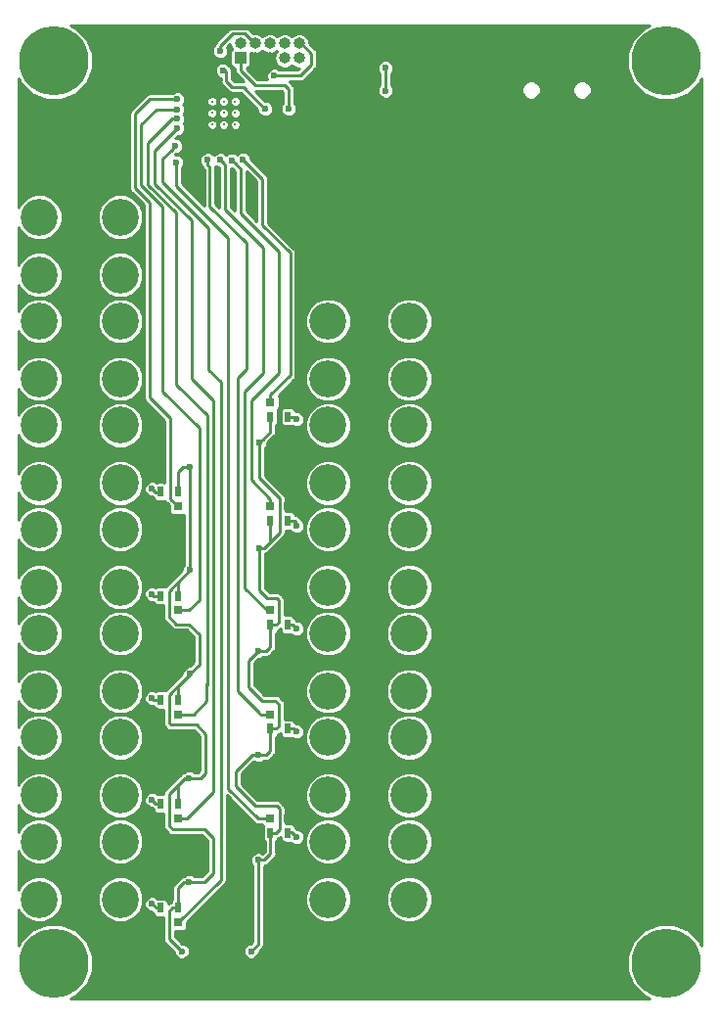
<source format=gbl>
G04 #@! TF.GenerationSoftware,KiCad,Pcbnew,(5.0.0)*
G04 #@! TF.CreationDate,2018-11-03T20:55:01-02:30*
G04 #@! TF.ProjectId,Power Distribution Board,506F7765722044697374726962757469,rev?*
G04 #@! TF.SameCoordinates,Original*
G04 #@! TF.FileFunction,Copper,L2,Bot,Signal*
G04 #@! TF.FilePolarity,Positive*
%FSLAX46Y46*%
G04 Gerber Fmt 4.6, Leading zero omitted, Abs format (unit mm)*
G04 Created by KiCad (PCBNEW (5.0.0)) date 11/03/18 20:55:01*
%MOMM*%
%LPD*%
G01*
G04 APERTURE LIST*
G04 #@! TA.AperFunction,ComponentPad*
%ADD10R,1.000000X1.000000*%
G04 #@! TD*
G04 #@! TA.AperFunction,ComponentPad*
%ADD11O,1.000000X1.000000*%
G04 #@! TD*
G04 #@! TA.AperFunction,ComponentPad*
%ADD12C,6.000000*%
G04 #@! TD*
G04 #@! TA.AperFunction,SMDPad,CuDef*
%ADD13R,0.800000X0.750000*%
G04 #@! TD*
G04 #@! TA.AperFunction,ComponentPad*
%ADD14C,3.200000*%
G04 #@! TD*
G04 #@! TA.AperFunction,SMDPad,CuDef*
%ADD15R,0.500000X0.900000*%
G04 #@! TD*
G04 #@! TA.AperFunction,ComponentPad*
%ADD16C,0.200000*%
G04 #@! TD*
G04 #@! TA.AperFunction,ViaPad*
%ADD17C,0.600000*%
G04 #@! TD*
G04 #@! TA.AperFunction,Conductor*
%ADD18C,0.250000*%
G04 #@! TD*
G04 #@! TA.AperFunction,Conductor*
%ADD19C,0.254000*%
G04 #@! TD*
G04 APERTURE END LIST*
D10*
G04 #@! TO.P,J29,1*
G04 #@! TO.N,+3V3*
X119650000Y-18250000D03*
D11*
G04 #@! TO.P,J29,2*
G04 #@! TO.N,SWDIO*
X119650000Y-16980000D03*
G04 #@! TO.P,J29,3*
G04 #@! TO.N,GND*
X120920000Y-18250000D03*
G04 #@! TO.P,J29,4*
G04 #@! TO.N,SWCLK*
X120920000Y-16980000D03*
G04 #@! TO.P,J29,5*
G04 #@! TO.N,GND*
X122190000Y-18250000D03*
G04 #@! TO.P,J29,6*
G04 #@! TO.N,Net-(J29-Pad6)*
X122190000Y-16980000D03*
G04 #@! TO.P,J29,7*
G04 #@! TO.N,Net-(J29-Pad7)*
X123460000Y-18250000D03*
G04 #@! TO.P,J29,8*
G04 #@! TO.N,Net-(J29-Pad8)*
X123460000Y-16980000D03*
G04 #@! TO.P,J29,9*
G04 #@! TO.N,Net-(J29-Pad9)*
X124730000Y-18250000D03*
G04 #@! TO.P,J29,10*
G04 #@! TO.N,~RESET*
X124730000Y-16980000D03*
G04 #@! TD*
D12*
G04 #@! TO.P,REF\002A\002A,1*
G04 #@! TO.N,N/C*
X103500000Y-96500000D03*
G04 #@! TD*
G04 #@! TO.P,REF\002A\002A,1*
G04 #@! TO.N,N/C*
X156500000Y-96500000D03*
G04 #@! TD*
G04 #@! TO.P,REF\002A\002A,1*
G04 #@! TO.N,N/C*
X156500000Y-18500000D03*
G04 #@! TD*
D13*
G04 #@! TO.P,C2,2*
G04 #@! TO.N,GND*
X123750000Y-48000000D03*
G04 #@! TO.P,C2,1*
G04 #@! TO.N,VIOUT2*
X122250000Y-48000000D03*
G04 #@! TD*
G04 #@! TO.P,C3,1*
G04 #@! TO.N,VIOUT1*
X114250000Y-57000000D03*
G04 #@! TO.P,C3,2*
G04 #@! TO.N,GND*
X112750000Y-57000000D03*
G04 #@! TD*
G04 #@! TO.P,C8,2*
G04 #@! TO.N,GND*
X123750000Y-66000000D03*
G04 #@! TO.P,C8,1*
G04 #@! TO.N,VIOUT6*
X122250000Y-66000000D03*
G04 #@! TD*
G04 #@! TO.P,C9,2*
G04 #@! TO.N,GND*
X112750000Y-66000000D03*
G04 #@! TO.P,C9,1*
G04 #@! TO.N,VIOUT3*
X114250000Y-66000000D03*
G04 #@! TD*
G04 #@! TO.P,C10,2*
G04 #@! TO.N,GND*
X123750000Y-57000000D03*
G04 #@! TO.P,C10,1*
G04 #@! TO.N,VIOUT4*
X122250000Y-57000000D03*
G04 #@! TD*
G04 #@! TO.P,C11,1*
G04 #@! TO.N,VIOUT5*
X114250000Y-75000000D03*
G04 #@! TO.P,C11,2*
G04 #@! TO.N,GND*
X112750000Y-75000000D03*
G04 #@! TD*
G04 #@! TO.P,C17,1*
G04 #@! TO.N,VIOUT7*
X114250000Y-84000000D03*
G04 #@! TO.P,C17,2*
G04 #@! TO.N,GND*
X112750000Y-84000000D03*
G04 #@! TD*
G04 #@! TO.P,C18,1*
G04 #@! TO.N,VIOUT8*
X122250000Y-75000000D03*
G04 #@! TO.P,C18,2*
G04 #@! TO.N,GND*
X123750000Y-75000000D03*
G04 #@! TD*
G04 #@! TO.P,C19,2*
G04 #@! TO.N,GND*
X112750000Y-93000000D03*
G04 #@! TO.P,C19,1*
G04 #@! TO.N,VIOUT9*
X114250000Y-93000000D03*
G04 #@! TD*
G04 #@! TO.P,C20,2*
G04 #@! TO.N,GND*
X123750000Y-84000000D03*
G04 #@! TO.P,C20,1*
G04 #@! TO.N,VIOUT10*
X122250000Y-84000000D03*
G04 #@! TD*
D14*
G04 #@! TO.P,J1,1*
G04 #@! TO.N,12V_IN*
X109255000Y-41000000D03*
X102245000Y-41000000D03*
X102245000Y-46000000D03*
X109255000Y-46000000D03*
G04 #@! TD*
G04 #@! TO.P,J2,1*
G04 #@! TO.N,12V_IN*
X102245000Y-37000000D03*
X109255000Y-37000000D03*
X109255000Y-32000000D03*
X102245000Y-32000000D03*
G04 #@! TD*
G04 #@! TO.P,J3,1*
G04 #@! TO.N,12V_IN*
X127245000Y-41000000D03*
X134255000Y-41000000D03*
X134255000Y-46000000D03*
X127245000Y-46000000D03*
G04 #@! TD*
G04 #@! TO.P,J4,1*
G04 #@! TO.N,GND*
X150745000Y-64750000D03*
X157755000Y-64750000D03*
X157755000Y-59750000D03*
X150745000Y-59750000D03*
G04 #@! TD*
G04 #@! TO.P,J5,1*
G04 #@! TO.N,GND*
X139745000Y-68500000D03*
X146755000Y-68500000D03*
X146755000Y-73500000D03*
X139745000Y-73500000D03*
G04 #@! TD*
G04 #@! TO.P,J6,1*
G04 #@! TO.N,GND*
X139745000Y-64750000D03*
X146755000Y-64750000D03*
X146755000Y-59750000D03*
X139745000Y-59750000D03*
G04 #@! TD*
G04 #@! TO.P,J7,1*
G04 #@! TO.N,GND*
X150745000Y-42250000D03*
X157755000Y-42250000D03*
X157755000Y-47250000D03*
X150745000Y-47250000D03*
G04 #@! TD*
G04 #@! TO.P,J8,1*
G04 #@! TO.N,GND*
X150745000Y-38500000D03*
X157755000Y-38500000D03*
X157755000Y-33500000D03*
X150745000Y-33500000D03*
G04 #@! TD*
G04 #@! TO.P,J9,1*
G04 #@! TO.N,GND*
X139745000Y-77250000D03*
X146755000Y-77250000D03*
X146755000Y-82250000D03*
X139745000Y-82250000D03*
G04 #@! TD*
G04 #@! TO.P,J10,1*
G04 #@! TO.N,GND*
X139745000Y-56000000D03*
X146755000Y-56000000D03*
X146755000Y-51000000D03*
X139745000Y-51000000D03*
G04 #@! TD*
G04 #@! TO.P,J11,1*
G04 #@! TO.N,GND*
X150745000Y-51000000D03*
X157755000Y-51000000D03*
X157755000Y-56000000D03*
X150745000Y-56000000D03*
G04 #@! TD*
G04 #@! TO.P,J12,1*
G04 #@! TO.N,GND*
X139745000Y-38500000D03*
X146755000Y-38500000D03*
X146755000Y-33500000D03*
X139745000Y-33500000D03*
G04 #@! TD*
G04 #@! TO.P,J13,1*
G04 #@! TO.N,GND*
X150745000Y-77250000D03*
X157755000Y-77250000D03*
X157755000Y-82250000D03*
X150745000Y-82250000D03*
G04 #@! TD*
G04 #@! TO.P,J14,1*
G04 #@! TO.N,GND*
X150745000Y-73500000D03*
X157755000Y-73500000D03*
X157755000Y-68500000D03*
X150745000Y-68500000D03*
G04 #@! TD*
G04 #@! TO.P,J15,1*
G04 #@! TO.N,GND*
X139745000Y-86000000D03*
X146755000Y-86000000D03*
X146755000Y-91000000D03*
X139745000Y-91000000D03*
G04 #@! TD*
G04 #@! TO.P,J16,1*
G04 #@! TO.N,GND*
X139745000Y-47250000D03*
X146755000Y-47250000D03*
X146755000Y-42250000D03*
X139745000Y-42250000D03*
G04 #@! TD*
G04 #@! TO.P,J17,1*
G04 #@! TO.N,GND*
X150745000Y-86000000D03*
X157755000Y-86000000D03*
X157755000Y-91000000D03*
X150745000Y-91000000D03*
G04 #@! TD*
G04 #@! TO.P,J18,1*
G04 #@! TO.N,12V_OUT1*
X102245000Y-55000000D03*
X109255000Y-55000000D03*
X109255000Y-50000000D03*
X102245000Y-50000000D03*
G04 #@! TD*
G04 #@! TO.P,J19,1*
G04 #@! TO.N,12V_OUT2*
X127245000Y-50000000D03*
X134255000Y-50000000D03*
X134255000Y-55000000D03*
X127245000Y-55000000D03*
G04 #@! TD*
G04 #@! TO.P,J20,1*
G04 #@! TO.N,12V_OUT3*
X102245000Y-64000000D03*
X109255000Y-64000000D03*
X109255000Y-59000000D03*
X102245000Y-59000000D03*
G04 #@! TD*
G04 #@! TO.P,J21,1*
G04 #@! TO.N,12V_OUT4*
X127245000Y-59000000D03*
X134255000Y-59000000D03*
X134255000Y-64000000D03*
X127245000Y-64000000D03*
G04 #@! TD*
G04 #@! TO.P,J22,1*
G04 #@! TO.N,12V_OUT5*
X102245000Y-73000000D03*
X109255000Y-73000000D03*
X109255000Y-68000000D03*
X102245000Y-68000000D03*
G04 #@! TD*
G04 #@! TO.P,J23,1*
G04 #@! TO.N,12V_OUT6*
X127245000Y-68000000D03*
X134255000Y-68000000D03*
X134255000Y-73000000D03*
X127245000Y-73000000D03*
G04 #@! TD*
G04 #@! TO.P,J24,1*
G04 #@! TO.N,12V_OUT7*
X102245000Y-82000000D03*
X109255000Y-82000000D03*
X109255000Y-77000000D03*
X102245000Y-77000000D03*
G04 #@! TD*
G04 #@! TO.P,J25,1*
G04 #@! TO.N,12V_OUT8*
X134255000Y-77000000D03*
X127245000Y-77000000D03*
X127245000Y-82000000D03*
X134255000Y-82000000D03*
G04 #@! TD*
G04 #@! TO.P,J26,1*
G04 #@! TO.N,12V_OUT9*
X102245000Y-86000000D03*
X109255000Y-86000000D03*
X109255000Y-91000000D03*
X102245000Y-91000000D03*
G04 #@! TD*
G04 #@! TO.P,J27,1*
G04 #@! TO.N,12V_OUT10*
X127245000Y-86000000D03*
X134255000Y-86000000D03*
X134255000Y-91000000D03*
X127245000Y-91000000D03*
G04 #@! TD*
D15*
G04 #@! TO.P,R2,2*
G04 #@! TO.N,Net-(R2-Pad2)*
X112750000Y-55750000D03*
G04 #@! TO.P,R2,1*
G04 #@! TO.N,+3V3*
X114250000Y-55750000D03*
G04 #@! TD*
G04 #@! TO.P,R3,1*
G04 #@! TO.N,+3V3*
X122250000Y-49250000D03*
G04 #@! TO.P,R3,2*
G04 #@! TO.N,Net-(R3-Pad2)*
X123750000Y-49250000D03*
G04 #@! TD*
G04 #@! TO.P,R4,1*
G04 #@! TO.N,+3V3*
X114250000Y-64750000D03*
G04 #@! TO.P,R4,2*
G04 #@! TO.N,Net-(R4-Pad2)*
X112750000Y-64750000D03*
G04 #@! TD*
G04 #@! TO.P,R5,1*
G04 #@! TO.N,+3V3*
X122250000Y-58250000D03*
G04 #@! TO.P,R5,2*
G04 #@! TO.N,Net-(R5-Pad2)*
X123750000Y-58250000D03*
G04 #@! TD*
G04 #@! TO.P,R6,2*
G04 #@! TO.N,Net-(R6-Pad2)*
X112750000Y-73750000D03*
G04 #@! TO.P,R6,1*
G04 #@! TO.N,+3V3*
X114250000Y-73750000D03*
G04 #@! TD*
G04 #@! TO.P,R7,2*
G04 #@! TO.N,Net-(R7-Pad2)*
X123750000Y-67250000D03*
G04 #@! TO.P,R7,1*
G04 #@! TO.N,+3V3*
X122250000Y-67250000D03*
G04 #@! TD*
G04 #@! TO.P,R8,1*
G04 #@! TO.N,+3V3*
X114250000Y-82750000D03*
G04 #@! TO.P,R8,2*
G04 #@! TO.N,Net-(R8-Pad2)*
X112750000Y-82750000D03*
G04 #@! TD*
G04 #@! TO.P,R9,2*
G04 #@! TO.N,Net-(R9-Pad2)*
X123750000Y-76250000D03*
G04 #@! TO.P,R9,1*
G04 #@! TO.N,+3V3*
X122250000Y-76250000D03*
G04 #@! TD*
G04 #@! TO.P,R10,2*
G04 #@! TO.N,Net-(R10-Pad2)*
X112750000Y-91750000D03*
G04 #@! TO.P,R10,1*
G04 #@! TO.N,+3V3*
X114250000Y-91750000D03*
G04 #@! TD*
G04 #@! TO.P,R11,2*
G04 #@! TO.N,Net-(R11-Pad2)*
X123750000Y-85250000D03*
G04 #@! TO.P,R11,1*
G04 #@! TO.N,+3V3*
X122250000Y-85250000D03*
G04 #@! TD*
D16*
G04 #@! TO.P,U12,33*
G04 #@! TO.N,N/C*
X117200000Y-24000001D03*
X117200000Y-23000001D03*
X117200000Y-22000001D03*
X118200000Y-24000001D03*
X118200000Y-23000000D03*
X118200000Y-22000001D03*
X119200000Y-24000001D03*
X119200000Y-23000001D03*
X119200000Y-22000001D03*
G04 #@! TD*
D12*
G04 #@! TO.P,REF\002A\002A,1*
G04 #@! TO.N,N/C*
X103500000Y-18500000D03*
G04 #@! TD*
D17*
G04 #@! TO.N,GND*
X111600000Y-74400000D03*
X111600000Y-83100000D03*
X111600000Y-92200000D03*
X111400000Y-56400000D03*
X125000000Y-84900000D03*
X125100000Y-75700000D03*
X125000000Y-66700000D03*
X124900000Y-57800000D03*
X125000000Y-48800000D03*
X111400000Y-65200000D03*
X104400000Y-26100000D03*
X110100000Y-21900000D03*
X109400000Y-18500000D03*
X115100000Y-15800000D03*
X116350000Y-30600000D03*
X117650000Y-30600000D03*
X119050000Y-30600000D03*
X120400000Y-30600000D03*
X109924990Y-24700000D03*
X109924990Y-23300000D03*
X109924990Y-28800000D03*
X109924990Y-27400000D03*
X109924990Y-26100000D03*
X118700000Y-22500000D03*
X117700000Y-22500000D03*
X117700000Y-23500000D03*
X118700000Y-23500000D03*
X124550000Y-30300000D03*
X144350000Y-17950000D03*
X142550000Y-21750000D03*
X151450000Y-21650000D03*
X149700000Y-18000000D03*
X121860000Y-24150000D03*
X139450000Y-17190000D03*
X126840000Y-19180000D03*
X138550000Y-22510000D03*
X138700000Y-25580000D03*
X135520000Y-33870000D03*
X125400000Y-37790000D03*
X127310000Y-37340000D03*
G04 #@! TO.N,VIOUT1*
X114200000Y-21800000D03*
X114250000Y-57000000D03*
G04 #@! TO.N,VIOUT2*
X119850000Y-27000000D03*
X122250000Y-48000000D03*
G04 #@! TO.N,VIOUT3*
X114191360Y-22681016D03*
X114250000Y-66000000D03*
G04 #@! TO.N,VIOUT4*
X118904978Y-27088876D03*
X122250000Y-57000000D03*
G04 #@! TO.N,VIOUT5*
X114200000Y-23500000D03*
X114250000Y-75000000D03*
G04 #@! TO.N,VIOUT6*
X117900000Y-27049998D03*
X122250000Y-66000000D03*
G04 #@! TO.N,VIOUT7*
X114200003Y-24300033D03*
X114250000Y-84000000D03*
G04 #@! TO.N,VIOUT8*
X116799996Y-27050000D03*
X122250000Y-75000000D03*
G04 #@! TO.N,VIOUT9*
X114004450Y-25854448D03*
X114250000Y-93000000D03*
G04 #@! TO.N,VIOUT10*
X114100000Y-27250000D03*
X122250000Y-84000000D03*
G04 #@! TO.N,+3V3*
X115200005Y-89499995D03*
X115200000Y-80500000D03*
X115300000Y-71500000D03*
X115300000Y-62500000D03*
X115300000Y-53600000D03*
X121200000Y-87600000D03*
X121200000Y-78500000D03*
X121200000Y-69500000D03*
X121300000Y-60600000D03*
X121275043Y-51500000D03*
X123840000Y-22620000D03*
X114570000Y-95490000D03*
X120560000Y-95490000D03*
G04 #@! TO.N,Net-(C41-Pad1)*
X118118112Y-19298004D03*
X121800000Y-22640000D03*
G04 #@! TO.N,SWCLK*
X117898552Y-17626137D03*
G04 #@! TO.N,~RESET*
X122575000Y-19775000D03*
X132220000Y-21070000D03*
X132200000Y-19100000D03*
G04 #@! TO.N,Net-(R2-Pad2)*
X112000000Y-55500000D03*
G04 #@! TO.N,Net-(R3-Pad2)*
X124500000Y-49500000D03*
G04 #@! TO.N,Net-(R4-Pad2)*
X112000000Y-64600000D03*
G04 #@! TO.N,Net-(R5-Pad2)*
X124500000Y-58700000D03*
G04 #@! TO.N,Net-(R6-Pad2)*
X112000000Y-73599972D03*
G04 #@! TO.N,Net-(R7-Pad2)*
X124500000Y-67600000D03*
G04 #@! TO.N,Net-(R8-Pad2)*
X112000000Y-82400000D03*
G04 #@! TO.N,Net-(R9-Pad2)*
X124500000Y-76500000D03*
G04 #@! TO.N,Net-(R10-Pad2)*
X112000000Y-91400000D03*
G04 #@! TO.N,Net-(R11-Pad2)*
X124500000Y-85600000D03*
G04 #@! TD*
D18*
G04 #@! TO.N,VIOUT1*
X111800000Y-21800000D02*
X113775736Y-21800000D01*
X110550000Y-23050000D02*
X111800000Y-21800000D01*
X110550000Y-29500000D02*
X110550000Y-23050000D01*
X114225000Y-57000000D02*
X113600000Y-56375000D01*
X114250000Y-57000000D02*
X114225000Y-57000000D01*
X113600000Y-56375000D02*
X113600000Y-49400000D01*
X113600000Y-49400000D02*
X111800000Y-47600000D01*
X113775736Y-21800000D02*
X114200000Y-21800000D01*
X111800000Y-47600000D02*
X111800000Y-30750000D01*
X111800000Y-30750000D02*
X110550000Y-29500000D01*
G04 #@! TO.N,VIOUT2*
X120149999Y-27299999D02*
X119850000Y-27000000D01*
X121550000Y-28700000D02*
X119850000Y-27000000D01*
X121550000Y-32700000D02*
X121550000Y-28700000D01*
X123950000Y-35100000D02*
X121550000Y-32700000D01*
X123950000Y-45675000D02*
X123950000Y-35100000D01*
X122250000Y-48000000D02*
X122250000Y-47375000D01*
X122250000Y-47375000D02*
X123950000Y-45675000D01*
G04 #@! TO.N,VIOUT3*
X115220000Y-66000000D02*
X114250000Y-66000000D01*
X116100000Y-65120000D02*
X115220000Y-66000000D01*
X116100000Y-50250000D02*
X116100000Y-65120000D01*
X112368984Y-22681016D02*
X111050000Y-24000000D01*
X114191360Y-22681016D02*
X112368984Y-22681016D01*
X111050000Y-24000000D02*
X111050000Y-29250000D01*
X111050000Y-29250000D02*
X112900000Y-31100000D01*
X112900000Y-31100000D02*
X112900000Y-47050000D01*
X112900000Y-47050000D02*
X116100000Y-50250000D01*
G04 #@! TO.N,VIOUT4*
X122250000Y-56375000D02*
X120560011Y-54685011D01*
X120560011Y-47839989D02*
X122950000Y-45450000D01*
X119204977Y-27388875D02*
X118904978Y-27088876D01*
X119675001Y-31675001D02*
X119675001Y-27858899D01*
X119675001Y-27858899D02*
X119204977Y-27388875D01*
X120560011Y-54685011D02*
X120560011Y-47839989D01*
X122950000Y-45450000D02*
X122950000Y-34950000D01*
X122250000Y-57000000D02*
X122250000Y-56375000D01*
X122950000Y-34950000D02*
X119675001Y-31675001D01*
G04 #@! TO.N,VIOUT5*
X113775736Y-23500000D02*
X114200000Y-23500000D01*
X111650000Y-25625736D02*
X113775736Y-23500000D01*
X111650000Y-29186410D02*
X111650000Y-25625736D01*
X114250000Y-75000000D02*
X114275000Y-75000000D01*
X116749967Y-49149967D02*
X114100000Y-46500000D01*
X114100000Y-46500000D02*
X114100000Y-31636410D01*
X114100000Y-31636410D02*
X111650000Y-29186410D01*
X114250000Y-75000000D02*
X115240000Y-75000000D01*
X116749967Y-72525033D02*
X116749967Y-72290000D01*
X116749967Y-72290000D02*
X116749967Y-49149967D01*
X116740000Y-72299967D02*
X116749967Y-72290000D01*
X116740000Y-73830000D02*
X116740000Y-72299967D01*
X115250000Y-74990000D02*
X115580000Y-74990000D01*
X115580000Y-74990000D02*
X116740000Y-73830000D01*
G04 #@! TO.N,VIOUT6*
X118199999Y-27349997D02*
X117900000Y-27049998D01*
X118350000Y-27499998D02*
X118199999Y-27349997D01*
X118350000Y-31350000D02*
X118350000Y-27499998D01*
X121920000Y-66000000D02*
X120030000Y-64110000D01*
X122250000Y-66000000D02*
X121920000Y-66000000D01*
X120030000Y-64110000D02*
X120030000Y-47070000D01*
X120030000Y-47070000D02*
X121650000Y-45450000D01*
X121650000Y-45450000D02*
X121650000Y-34650000D01*
X121650000Y-34650000D02*
X118350000Y-31350000D01*
G04 #@! TO.N,VIOUT7*
X112250000Y-26250036D02*
X113900004Y-24600032D01*
X112250000Y-29100000D02*
X112250000Y-26250036D01*
X114250000Y-84000000D02*
X115020000Y-84000000D01*
X115020000Y-84000000D02*
X117300000Y-81720000D01*
X117300000Y-81720000D02*
X117300000Y-47850000D01*
X117300000Y-47850000D02*
X115400000Y-45950000D01*
X113900004Y-24600032D02*
X114200003Y-24300033D01*
X115400000Y-45950000D02*
X115400000Y-32250000D01*
X115400000Y-32250000D02*
X112250000Y-29100000D01*
G04 #@! TO.N,VIOUT8*
X122250000Y-75000000D02*
X121370000Y-75000000D01*
X121370000Y-75000000D02*
X121240000Y-74870000D01*
X116799996Y-27474264D02*
X116799996Y-27050000D01*
X116999999Y-27674267D02*
X116799996Y-27474264D01*
X119380000Y-73010000D02*
X119380000Y-45920000D01*
X120150000Y-45150000D02*
X120150000Y-34200000D01*
X121240000Y-74870000D02*
X119380000Y-73010000D01*
X120150000Y-34200000D02*
X116999999Y-31049999D01*
X119380000Y-45920000D02*
X120150000Y-45150000D01*
X116999999Y-31049999D02*
X116999999Y-27674267D01*
G04 #@! TO.N,VIOUT9*
X112900000Y-26958898D02*
X113704451Y-26154447D01*
X112900000Y-28950000D02*
X112900000Y-26958898D01*
X114275000Y-93000000D02*
X117960000Y-89315000D01*
X113704451Y-26154447D02*
X114004450Y-25854448D01*
X117960000Y-89315000D02*
X117960000Y-46260000D01*
X117960000Y-46260000D02*
X116900000Y-45200000D01*
X116900000Y-45200000D02*
X116900000Y-32950000D01*
X114250000Y-93000000D02*
X114275000Y-93000000D01*
X116900000Y-32950000D02*
X112900000Y-28950000D01*
G04 #@! TO.N,VIOUT10*
X114100000Y-27674264D02*
X114100000Y-27250000D01*
X114100000Y-29300000D02*
X114100000Y-27674264D01*
X118600000Y-33800000D02*
X114100000Y-29300000D01*
X118600000Y-81430000D02*
X118600000Y-33800000D01*
X122250000Y-84000000D02*
X121170000Y-84000000D01*
X121170000Y-84000000D02*
X118600000Y-81430000D01*
G04 #@! TO.N,+3V3*
X115200000Y-89500000D02*
X115200005Y-89499995D01*
X114800000Y-89500000D02*
X115200000Y-89500000D01*
X114250000Y-91750000D02*
X114250000Y-90050000D01*
X114250000Y-90050000D02*
X114800000Y-89500000D01*
X114900000Y-80500000D02*
X115200000Y-80500000D01*
X114250000Y-82750000D02*
X114250000Y-81150000D01*
X114250000Y-81150000D02*
X114900000Y-80500000D01*
X114700000Y-53600000D02*
X115300000Y-53600000D01*
X114250000Y-55750000D02*
X114250000Y-54050000D01*
X114250000Y-54050000D02*
X114700000Y-53600000D01*
X122250000Y-85250000D02*
X122250000Y-87050000D01*
X122250000Y-87050000D02*
X121700000Y-87600000D01*
X121700000Y-87600000D02*
X121200000Y-87600000D01*
X122250000Y-76250000D02*
X122250000Y-78150000D01*
X122250000Y-78150000D02*
X121900000Y-78500000D01*
X121900000Y-78500000D02*
X121200000Y-78500000D01*
X122250000Y-67250000D02*
X122250000Y-69150000D01*
X122250000Y-69150000D02*
X121900000Y-69500000D01*
X121900000Y-69500000D02*
X121200000Y-69500000D01*
X122250000Y-58250000D02*
X122250000Y-60050000D01*
X122250000Y-60050000D02*
X121700000Y-60600000D01*
X121700000Y-60600000D02*
X121300000Y-60600000D01*
X121575042Y-51200001D02*
X121275043Y-51500000D01*
X122250000Y-50525043D02*
X121575042Y-51200001D01*
X122250000Y-49250000D02*
X122250000Y-50525043D01*
X123840000Y-22620000D02*
X123840000Y-20950000D01*
X123840000Y-20950000D02*
X123470000Y-20580000D01*
X123470000Y-20580000D02*
X120940000Y-20580000D01*
X119650000Y-19290000D02*
X119650000Y-18250000D01*
X120940000Y-20580000D02*
X119650000Y-19290000D01*
X115300000Y-57670000D02*
X115300000Y-62500000D01*
X113475001Y-64324999D02*
X115300000Y-62500000D01*
X116100000Y-70700000D02*
X116100000Y-68120000D01*
X115300000Y-71500000D02*
X116100000Y-70700000D01*
X116100000Y-68120000D02*
X115180000Y-67200000D01*
X115180000Y-67200000D02*
X114070000Y-67200000D01*
X114070000Y-67200000D02*
X113475001Y-66605001D01*
X113475001Y-66605001D02*
X113475001Y-64324999D01*
X113490000Y-92010000D02*
X113490000Y-94410000D01*
X113490000Y-94410000D02*
X114270001Y-95190001D01*
X113750000Y-91750000D02*
X113490000Y-92010000D01*
X114250000Y-91750000D02*
X113750000Y-91750000D01*
X114270001Y-95190001D02*
X114570000Y-95490000D01*
X115300000Y-62520000D02*
X115300000Y-62500000D01*
X114250000Y-64750000D02*
X114250000Y-63570000D01*
X114250000Y-63570000D02*
X115300000Y-62520000D01*
X115300000Y-53600000D02*
X115300000Y-57670000D01*
X123024999Y-59275001D02*
X121700000Y-60600000D01*
X123024999Y-56304999D02*
X123024999Y-59275001D01*
X121275043Y-51500000D02*
X121275043Y-54555043D01*
X121275043Y-54555043D02*
X123024999Y-56304999D01*
X122950000Y-67050000D02*
X122750000Y-67250000D01*
X122975001Y-66635001D02*
X122950000Y-66660002D01*
X122750000Y-67250000D02*
X122250000Y-67250000D01*
X122950000Y-66660002D02*
X122950000Y-67050000D01*
X122975001Y-65364999D02*
X122975001Y-66635001D01*
X121300000Y-64280000D02*
X121970000Y-64950000D01*
X121300000Y-60600000D02*
X121300000Y-64280000D01*
X121970000Y-64950000D02*
X122770000Y-64950000D01*
X122770000Y-64950000D02*
X122950000Y-65130000D01*
X122950000Y-65130000D02*
X122950000Y-65339998D01*
X122950000Y-65339998D02*
X122975001Y-65364999D01*
X122750000Y-76250000D02*
X122250000Y-76250000D01*
X122975001Y-76024999D02*
X122750000Y-76250000D01*
X120360000Y-70340000D02*
X120360000Y-72680000D01*
X121200000Y-69500000D02*
X120360000Y-70340000D01*
X120360000Y-72680000D02*
X121490000Y-73810000D01*
X121490000Y-73810000D02*
X122670000Y-73810000D01*
X122670000Y-73810000D02*
X122975001Y-74115001D01*
X122975001Y-74115001D02*
X122975001Y-76024999D01*
X122750000Y-85250000D02*
X122250000Y-85250000D01*
X123024999Y-84975001D02*
X122750000Y-85250000D01*
X123024999Y-83174999D02*
X123024999Y-84975001D01*
X120650000Y-78500000D02*
X119220000Y-79930000D01*
X121200000Y-78500000D02*
X120650000Y-78500000D01*
X119220000Y-79930000D02*
X119220000Y-81230000D01*
X119220000Y-81230000D02*
X120900000Y-82910000D01*
X120900000Y-82910000D02*
X122760000Y-82910000D01*
X122760000Y-82910000D02*
X123024999Y-83174999D01*
X121200000Y-94850000D02*
X120560000Y-95490000D01*
X121200000Y-87600000D02*
X121200000Y-94850000D01*
X115300000Y-71520000D02*
X115300000Y-71500000D01*
X114250000Y-73750000D02*
X114250000Y-72570000D01*
X114250000Y-72570000D02*
X115300000Y-71520000D01*
X114860000Y-80500000D02*
X115200000Y-80500000D01*
X113475001Y-81884999D02*
X114860000Y-80500000D01*
X113475001Y-84660000D02*
X113475001Y-81884999D01*
X116510005Y-89499995D02*
X117260000Y-88750000D01*
X115200005Y-89499995D02*
X116510005Y-89499995D01*
X117260000Y-88750000D02*
X117260000Y-85700000D01*
X116530000Y-84970000D02*
X113785001Y-84970000D01*
X117260000Y-85700000D02*
X116530000Y-84970000D01*
X113785001Y-84970000D02*
X113475001Y-84660000D01*
X113625001Y-75900000D02*
X113475001Y-75750000D01*
X115200000Y-80500000D02*
X115220000Y-80520000D01*
X116190000Y-80520000D02*
X116630000Y-80080000D01*
X115220000Y-80520000D02*
X116190000Y-80520000D01*
X116630000Y-80080000D02*
X116630000Y-76700000D01*
X113475001Y-73324999D02*
X115300000Y-71500000D01*
X113475001Y-75750000D02*
X113475001Y-73324999D01*
X116630000Y-76700000D02*
X115830000Y-75900000D01*
X115830000Y-75900000D02*
X113625001Y-75900000D01*
G04 #@! TO.N,Net-(C41-Pad1)*
X118348004Y-19298004D02*
X118118112Y-19298004D01*
X118440000Y-19390000D02*
X118348004Y-19298004D01*
X118440000Y-20250000D02*
X118440000Y-19390000D01*
X118930000Y-20740000D02*
X118440000Y-20250000D01*
X121800000Y-22670000D02*
X119900000Y-20770000D01*
X119900000Y-20740000D02*
X118930000Y-20740000D01*
G04 #@! TO.N,SWCLK*
X117898552Y-17201873D02*
X117898552Y-17626137D01*
X118960425Y-16140000D02*
X117898552Y-17201873D01*
X120900000Y-17000000D02*
X120040000Y-16140000D01*
X120040000Y-16140000D02*
X118960425Y-16140000D01*
G04 #@! TO.N,~RESET*
X124930000Y-16980000D02*
X124730000Y-16980000D01*
X125800000Y-17850000D02*
X124930000Y-16980000D01*
X125800000Y-18800000D02*
X125800000Y-17850000D01*
X122575000Y-19775000D02*
X124825000Y-19775000D01*
X124825000Y-19775000D02*
X125800000Y-18800000D01*
X132220000Y-19120000D02*
X132200000Y-19100000D01*
X132220000Y-21070000D02*
X132220000Y-19120000D01*
G04 #@! TO.N,Net-(R2-Pad2)*
X112000000Y-55500000D02*
X112300000Y-55800000D01*
X112700000Y-55800000D02*
X112750000Y-55750000D01*
X112300000Y-55800000D02*
X112700000Y-55800000D01*
G04 #@! TO.N,Net-(R3-Pad2)*
X124250000Y-49250000D02*
X123750000Y-49250000D01*
X124500000Y-49500000D02*
X124250000Y-49250000D01*
G04 #@! TO.N,Net-(R4-Pad2)*
X112750000Y-64750000D02*
X112150000Y-64750000D01*
X112150000Y-64750000D02*
X112000000Y-64600000D01*
G04 #@! TO.N,Net-(R5-Pad2)*
X124500000Y-58700000D02*
X124500000Y-58400000D01*
X124350000Y-58250000D02*
X123750000Y-58250000D01*
X124500000Y-58400000D02*
X124350000Y-58250000D01*
G04 #@! TO.N,Net-(R6-Pad2)*
X112000000Y-73599972D02*
X112000000Y-73600000D01*
X112150000Y-73750000D02*
X112750000Y-73750000D01*
X112000000Y-73600000D02*
X112150000Y-73750000D01*
G04 #@! TO.N,Net-(R7-Pad2)*
X124150000Y-67250000D02*
X123750000Y-67250000D01*
X124500000Y-67600000D02*
X124150000Y-67250000D01*
G04 #@! TO.N,Net-(R8-Pad2)*
X112000000Y-82400000D02*
X112300000Y-82700000D01*
X112700000Y-82700000D02*
X112750000Y-82750000D01*
X112300000Y-82700000D02*
X112700000Y-82700000D01*
G04 #@! TO.N,Net-(R9-Pad2)*
X124250000Y-76250000D02*
X123750000Y-76250000D01*
X124500000Y-76500000D02*
X124250000Y-76250000D01*
G04 #@! TO.N,Net-(R10-Pad2)*
X112350000Y-91750000D02*
X112750000Y-91750000D01*
X112000000Y-91400000D02*
X112350000Y-91750000D01*
G04 #@! TO.N,Net-(R11-Pad2)*
X123800000Y-85200000D02*
X123750000Y-85250000D01*
X124500000Y-85600000D02*
X124100000Y-85200000D01*
X124100000Y-85200000D02*
X123800000Y-85200000D01*
G04 #@! TD*
D19*
G04 #@! TO.N,GND*
G36*
X154587083Y-15637118D02*
X153637118Y-16587083D01*
X153123000Y-17828273D01*
X153123000Y-19171727D01*
X153637118Y-20412917D01*
X154587083Y-21362882D01*
X155828273Y-21877000D01*
X157171727Y-21877000D01*
X158412917Y-21362882D01*
X159362882Y-20412917D01*
X159548001Y-19966000D01*
X159548000Y-95033997D01*
X159362882Y-94587083D01*
X158412917Y-93637118D01*
X157171727Y-93123000D01*
X155828273Y-93123000D01*
X154587083Y-93637118D01*
X153637118Y-94587083D01*
X153123000Y-95828273D01*
X153123000Y-97171727D01*
X153637118Y-98412917D01*
X154587083Y-99362882D01*
X155033997Y-99548000D01*
X104966003Y-99548000D01*
X105412917Y-99362882D01*
X106362882Y-98412917D01*
X106877000Y-97171727D01*
X106877000Y-95828273D01*
X106362882Y-94587083D01*
X105412917Y-93637118D01*
X104171727Y-93123000D01*
X102828273Y-93123000D01*
X101587083Y-93637118D01*
X100637118Y-94587083D01*
X100452000Y-95033997D01*
X100452000Y-91837466D01*
X100568980Y-92119881D01*
X101125119Y-92676020D01*
X101851750Y-92977000D01*
X102638250Y-92977000D01*
X103364881Y-92676020D01*
X103921020Y-92119881D01*
X104222000Y-91393250D01*
X104222000Y-90606750D01*
X107278000Y-90606750D01*
X107278000Y-91393250D01*
X107578980Y-92119881D01*
X108135119Y-92676020D01*
X108861750Y-92977000D01*
X109648250Y-92977000D01*
X110374881Y-92676020D01*
X110931020Y-92119881D01*
X111232000Y-91393250D01*
X111232000Y-90606750D01*
X110931020Y-89880119D01*
X110374881Y-89323980D01*
X109648250Y-89023000D01*
X108861750Y-89023000D01*
X108135119Y-89323980D01*
X107578980Y-89880119D01*
X107278000Y-90606750D01*
X104222000Y-90606750D01*
X103921020Y-89880119D01*
X103364881Y-89323980D01*
X102638250Y-89023000D01*
X101851750Y-89023000D01*
X101125119Y-89323980D01*
X100568980Y-89880119D01*
X100452000Y-90162534D01*
X100452000Y-86837466D01*
X100568980Y-87119881D01*
X101125119Y-87676020D01*
X101851750Y-87977000D01*
X102638250Y-87977000D01*
X103364881Y-87676020D01*
X103921020Y-87119881D01*
X104222000Y-86393250D01*
X104222000Y-85606750D01*
X107278000Y-85606750D01*
X107278000Y-86393250D01*
X107578980Y-87119881D01*
X108135119Y-87676020D01*
X108861750Y-87977000D01*
X109648250Y-87977000D01*
X110374881Y-87676020D01*
X110931020Y-87119881D01*
X111232000Y-86393250D01*
X111232000Y-85606750D01*
X110931020Y-84880119D01*
X110374881Y-84323980D01*
X109648250Y-84023000D01*
X108861750Y-84023000D01*
X108135119Y-84323980D01*
X107578980Y-84880119D01*
X107278000Y-85606750D01*
X104222000Y-85606750D01*
X103921020Y-84880119D01*
X103364881Y-84323980D01*
X102638250Y-84023000D01*
X101851750Y-84023000D01*
X101125119Y-84323980D01*
X100568980Y-84880119D01*
X100452000Y-85162534D01*
X100452000Y-82837466D01*
X100568980Y-83119881D01*
X101125119Y-83676020D01*
X101851750Y-83977000D01*
X102638250Y-83977000D01*
X103364881Y-83676020D01*
X103921020Y-83119881D01*
X104222000Y-82393250D01*
X104222000Y-81606750D01*
X107278000Y-81606750D01*
X107278000Y-82393250D01*
X107578980Y-83119881D01*
X108135119Y-83676020D01*
X108861750Y-83977000D01*
X109648250Y-83977000D01*
X110374881Y-83676020D01*
X110931020Y-83119881D01*
X111232000Y-82393250D01*
X111232000Y-81606750D01*
X110931020Y-80880119D01*
X110374881Y-80323980D01*
X109648250Y-80023000D01*
X108861750Y-80023000D01*
X108135119Y-80323980D01*
X107578980Y-80880119D01*
X107278000Y-81606750D01*
X104222000Y-81606750D01*
X103921020Y-80880119D01*
X103364881Y-80323980D01*
X102638250Y-80023000D01*
X101851750Y-80023000D01*
X101125119Y-80323980D01*
X100568980Y-80880119D01*
X100452000Y-81162534D01*
X100452000Y-77837466D01*
X100568980Y-78119881D01*
X101125119Y-78676020D01*
X101851750Y-78977000D01*
X102638250Y-78977000D01*
X103364881Y-78676020D01*
X103921020Y-78119881D01*
X104222000Y-77393250D01*
X104222000Y-76606750D01*
X107278000Y-76606750D01*
X107278000Y-77393250D01*
X107578980Y-78119881D01*
X108135119Y-78676020D01*
X108861750Y-78977000D01*
X109648250Y-78977000D01*
X110374881Y-78676020D01*
X110931020Y-78119881D01*
X111232000Y-77393250D01*
X111232000Y-76606750D01*
X110931020Y-75880119D01*
X110374881Y-75323980D01*
X109648250Y-75023000D01*
X108861750Y-75023000D01*
X108135119Y-75323980D01*
X107578980Y-75880119D01*
X107278000Y-76606750D01*
X104222000Y-76606750D01*
X103921020Y-75880119D01*
X103364881Y-75323980D01*
X102638250Y-75023000D01*
X101851750Y-75023000D01*
X101125119Y-75323980D01*
X100568980Y-75880119D01*
X100452000Y-76162534D01*
X100452000Y-73837466D01*
X100568980Y-74119881D01*
X101125119Y-74676020D01*
X101851750Y-74977000D01*
X102638250Y-74977000D01*
X103364881Y-74676020D01*
X103921020Y-74119881D01*
X104222000Y-73393250D01*
X104222000Y-72606750D01*
X107278000Y-72606750D01*
X107278000Y-73393250D01*
X107578980Y-74119881D01*
X108135119Y-74676020D01*
X108861750Y-74977000D01*
X109648250Y-74977000D01*
X110374881Y-74676020D01*
X110931020Y-74119881D01*
X111232000Y-73393250D01*
X111232000Y-72606750D01*
X110931020Y-71880119D01*
X110374881Y-71323980D01*
X109648250Y-71023000D01*
X108861750Y-71023000D01*
X108135119Y-71323980D01*
X107578980Y-71880119D01*
X107278000Y-72606750D01*
X104222000Y-72606750D01*
X103921020Y-71880119D01*
X103364881Y-71323980D01*
X102638250Y-71023000D01*
X101851750Y-71023000D01*
X101125119Y-71323980D01*
X100568980Y-71880119D01*
X100452000Y-72162534D01*
X100452000Y-68837466D01*
X100568980Y-69119881D01*
X101125119Y-69676020D01*
X101851750Y-69977000D01*
X102638250Y-69977000D01*
X103364881Y-69676020D01*
X103921020Y-69119881D01*
X104222000Y-68393250D01*
X104222000Y-67606750D01*
X107278000Y-67606750D01*
X107278000Y-68393250D01*
X107578980Y-69119881D01*
X108135119Y-69676020D01*
X108861750Y-69977000D01*
X109648250Y-69977000D01*
X110374881Y-69676020D01*
X110931020Y-69119881D01*
X111232000Y-68393250D01*
X111232000Y-67606750D01*
X110931020Y-66880119D01*
X110374881Y-66323980D01*
X109648250Y-66023000D01*
X108861750Y-66023000D01*
X108135119Y-66323980D01*
X107578980Y-66880119D01*
X107278000Y-67606750D01*
X104222000Y-67606750D01*
X103921020Y-66880119D01*
X103364881Y-66323980D01*
X102638250Y-66023000D01*
X101851750Y-66023000D01*
X101125119Y-66323980D01*
X100568980Y-66880119D01*
X100452000Y-67162534D01*
X100452000Y-64837466D01*
X100568980Y-65119881D01*
X101125119Y-65676020D01*
X101851750Y-65977000D01*
X102638250Y-65977000D01*
X103364881Y-65676020D01*
X103921020Y-65119881D01*
X104222000Y-64393250D01*
X104222000Y-63606750D01*
X107278000Y-63606750D01*
X107278000Y-64393250D01*
X107578980Y-65119881D01*
X108135119Y-65676020D01*
X108861750Y-65977000D01*
X109648250Y-65977000D01*
X110374881Y-65676020D01*
X110931020Y-65119881D01*
X111232000Y-64393250D01*
X111232000Y-63606750D01*
X110931020Y-62880119D01*
X110374881Y-62323980D01*
X109648250Y-62023000D01*
X108861750Y-62023000D01*
X108135119Y-62323980D01*
X107578980Y-62880119D01*
X107278000Y-63606750D01*
X104222000Y-63606750D01*
X103921020Y-62880119D01*
X103364881Y-62323980D01*
X102638250Y-62023000D01*
X101851750Y-62023000D01*
X101125119Y-62323980D01*
X100568980Y-62880119D01*
X100452000Y-63162534D01*
X100452000Y-59837466D01*
X100568980Y-60119881D01*
X101125119Y-60676020D01*
X101851750Y-60977000D01*
X102638250Y-60977000D01*
X103364881Y-60676020D01*
X103921020Y-60119881D01*
X104222000Y-59393250D01*
X104222000Y-58606750D01*
X107278000Y-58606750D01*
X107278000Y-59393250D01*
X107578980Y-60119881D01*
X108135119Y-60676020D01*
X108861750Y-60977000D01*
X109648250Y-60977000D01*
X110374881Y-60676020D01*
X110931020Y-60119881D01*
X111232000Y-59393250D01*
X111232000Y-58606750D01*
X110931020Y-57880119D01*
X110374881Y-57323980D01*
X109648250Y-57023000D01*
X108861750Y-57023000D01*
X108135119Y-57323980D01*
X107578980Y-57880119D01*
X107278000Y-58606750D01*
X104222000Y-58606750D01*
X103921020Y-57880119D01*
X103364881Y-57323980D01*
X102638250Y-57023000D01*
X101851750Y-57023000D01*
X101125119Y-57323980D01*
X100568980Y-57880119D01*
X100452000Y-58162534D01*
X100452000Y-55837466D01*
X100568980Y-56119881D01*
X101125119Y-56676020D01*
X101851750Y-56977000D01*
X102638250Y-56977000D01*
X103364881Y-56676020D01*
X103921020Y-56119881D01*
X104222000Y-55393250D01*
X104222000Y-54606750D01*
X107278000Y-54606750D01*
X107278000Y-55393250D01*
X107578980Y-56119881D01*
X108135119Y-56676020D01*
X108861750Y-56977000D01*
X109648250Y-56977000D01*
X110374881Y-56676020D01*
X110931020Y-56119881D01*
X111232000Y-55393250D01*
X111232000Y-54606750D01*
X110931020Y-53880119D01*
X110374881Y-53323980D01*
X109648250Y-53023000D01*
X108861750Y-53023000D01*
X108135119Y-53323980D01*
X107578980Y-53880119D01*
X107278000Y-54606750D01*
X104222000Y-54606750D01*
X103921020Y-53880119D01*
X103364881Y-53323980D01*
X102638250Y-53023000D01*
X101851750Y-53023000D01*
X101125119Y-53323980D01*
X100568980Y-53880119D01*
X100452000Y-54162534D01*
X100452000Y-50837466D01*
X100568980Y-51119881D01*
X101125119Y-51676020D01*
X101851750Y-51977000D01*
X102638250Y-51977000D01*
X103364881Y-51676020D01*
X103921020Y-51119881D01*
X104222000Y-50393250D01*
X104222000Y-49606750D01*
X107278000Y-49606750D01*
X107278000Y-50393250D01*
X107578980Y-51119881D01*
X108135119Y-51676020D01*
X108861750Y-51977000D01*
X109648250Y-51977000D01*
X110374881Y-51676020D01*
X110931020Y-51119881D01*
X111232000Y-50393250D01*
X111232000Y-49606750D01*
X110931020Y-48880119D01*
X110374881Y-48323980D01*
X109648250Y-48023000D01*
X108861750Y-48023000D01*
X108135119Y-48323980D01*
X107578980Y-48880119D01*
X107278000Y-49606750D01*
X104222000Y-49606750D01*
X103921020Y-48880119D01*
X103364881Y-48323980D01*
X102638250Y-48023000D01*
X101851750Y-48023000D01*
X101125119Y-48323980D01*
X100568980Y-48880119D01*
X100452000Y-49162534D01*
X100452000Y-46837466D01*
X100568980Y-47119881D01*
X101125119Y-47676020D01*
X101851750Y-47977000D01*
X102638250Y-47977000D01*
X103364881Y-47676020D01*
X103921020Y-47119881D01*
X104222000Y-46393250D01*
X104222000Y-45606750D01*
X107278000Y-45606750D01*
X107278000Y-46393250D01*
X107578980Y-47119881D01*
X108135119Y-47676020D01*
X108861750Y-47977000D01*
X109648250Y-47977000D01*
X110374881Y-47676020D01*
X110931020Y-47119881D01*
X111232000Y-46393250D01*
X111232000Y-45606750D01*
X110931020Y-44880119D01*
X110374881Y-44323980D01*
X109648250Y-44023000D01*
X108861750Y-44023000D01*
X108135119Y-44323980D01*
X107578980Y-44880119D01*
X107278000Y-45606750D01*
X104222000Y-45606750D01*
X103921020Y-44880119D01*
X103364881Y-44323980D01*
X102638250Y-44023000D01*
X101851750Y-44023000D01*
X101125119Y-44323980D01*
X100568980Y-44880119D01*
X100452000Y-45162534D01*
X100452000Y-41837466D01*
X100568980Y-42119881D01*
X101125119Y-42676020D01*
X101851750Y-42977000D01*
X102638250Y-42977000D01*
X103364881Y-42676020D01*
X103921020Y-42119881D01*
X104222000Y-41393250D01*
X104222000Y-40606750D01*
X107278000Y-40606750D01*
X107278000Y-41393250D01*
X107578980Y-42119881D01*
X108135119Y-42676020D01*
X108861750Y-42977000D01*
X109648250Y-42977000D01*
X110374881Y-42676020D01*
X110931020Y-42119881D01*
X111232000Y-41393250D01*
X111232000Y-40606750D01*
X110931020Y-39880119D01*
X110374881Y-39323980D01*
X109648250Y-39023000D01*
X108861750Y-39023000D01*
X108135119Y-39323980D01*
X107578980Y-39880119D01*
X107278000Y-40606750D01*
X104222000Y-40606750D01*
X103921020Y-39880119D01*
X103364881Y-39323980D01*
X102638250Y-39023000D01*
X101851750Y-39023000D01*
X101125119Y-39323980D01*
X100568980Y-39880119D01*
X100452000Y-40162534D01*
X100452000Y-37837466D01*
X100568980Y-38119881D01*
X101125119Y-38676020D01*
X101851750Y-38977000D01*
X102638250Y-38977000D01*
X103364881Y-38676020D01*
X103921020Y-38119881D01*
X104222000Y-37393250D01*
X104222000Y-36606750D01*
X107278000Y-36606750D01*
X107278000Y-37393250D01*
X107578980Y-38119881D01*
X108135119Y-38676020D01*
X108861750Y-38977000D01*
X109648250Y-38977000D01*
X110374881Y-38676020D01*
X110931020Y-38119881D01*
X111232000Y-37393250D01*
X111232000Y-36606750D01*
X110931020Y-35880119D01*
X110374881Y-35323980D01*
X109648250Y-35023000D01*
X108861750Y-35023000D01*
X108135119Y-35323980D01*
X107578980Y-35880119D01*
X107278000Y-36606750D01*
X104222000Y-36606750D01*
X103921020Y-35880119D01*
X103364881Y-35323980D01*
X102638250Y-35023000D01*
X101851750Y-35023000D01*
X101125119Y-35323980D01*
X100568980Y-35880119D01*
X100452000Y-36162534D01*
X100452000Y-32837466D01*
X100568980Y-33119881D01*
X101125119Y-33676020D01*
X101851750Y-33977000D01*
X102638250Y-33977000D01*
X103364881Y-33676020D01*
X103921020Y-33119881D01*
X104222000Y-32393250D01*
X104222000Y-31606750D01*
X107278000Y-31606750D01*
X107278000Y-32393250D01*
X107578980Y-33119881D01*
X108135119Y-33676020D01*
X108861750Y-33977000D01*
X109648250Y-33977000D01*
X110374881Y-33676020D01*
X110931020Y-33119881D01*
X111232000Y-32393250D01*
X111232000Y-31606750D01*
X110931020Y-30880119D01*
X110374881Y-30323980D01*
X109648250Y-30023000D01*
X108861750Y-30023000D01*
X108135119Y-30323980D01*
X107578980Y-30880119D01*
X107278000Y-31606750D01*
X104222000Y-31606750D01*
X103921020Y-30880119D01*
X103364881Y-30323980D01*
X102638250Y-30023000D01*
X101851750Y-30023000D01*
X101125119Y-30323980D01*
X100568980Y-30880119D01*
X100452000Y-31162534D01*
X100452000Y-23050000D01*
X110038167Y-23050000D01*
X110048001Y-23099439D01*
X110048000Y-29450566D01*
X110038167Y-29500000D01*
X110048000Y-29549434D01*
X110048000Y-29549438D01*
X110077127Y-29695869D01*
X110188079Y-29861921D01*
X110229993Y-29889927D01*
X111298001Y-30957936D01*
X111298000Y-47550566D01*
X111288167Y-47600000D01*
X111298000Y-47649434D01*
X111298000Y-47649438D01*
X111327127Y-47795869D01*
X111438079Y-47961921D01*
X111479993Y-47989927D01*
X113098001Y-49607936D01*
X113098000Y-54935109D01*
X113000000Y-54915615D01*
X112500000Y-54915615D01*
X112394103Y-54936680D01*
X112383490Y-54926067D01*
X112134664Y-54823000D01*
X111865336Y-54823000D01*
X111616510Y-54926067D01*
X111426067Y-55116510D01*
X111323000Y-55365336D01*
X111323000Y-55634664D01*
X111426067Y-55883490D01*
X111616510Y-56073933D01*
X111865336Y-56177000D01*
X111960646Y-56177000D01*
X112104130Y-56272873D01*
X112131181Y-56278254D01*
X112144875Y-56347098D01*
X112228199Y-56471801D01*
X112352902Y-56555125D01*
X112500000Y-56584385D01*
X113000000Y-56584385D01*
X113124875Y-56559546D01*
X113127127Y-56570869D01*
X113238079Y-56736921D01*
X113279993Y-56764927D01*
X113465615Y-56950549D01*
X113465615Y-57375000D01*
X113494875Y-57522098D01*
X113578199Y-57646801D01*
X113702902Y-57730125D01*
X113850000Y-57759385D01*
X114650000Y-57759385D01*
X114797098Y-57730125D01*
X114798000Y-57729522D01*
X114798001Y-62044576D01*
X114726067Y-62116510D01*
X114623000Y-62365336D01*
X114623000Y-62467064D01*
X113154992Y-63935074D01*
X113141878Y-63943837D01*
X113000000Y-63915615D01*
X112500000Y-63915615D01*
X112352902Y-63944875D01*
X112289596Y-63987175D01*
X112134664Y-63923000D01*
X111865336Y-63923000D01*
X111616510Y-64026067D01*
X111426067Y-64216510D01*
X111323000Y-64465336D01*
X111323000Y-64734664D01*
X111426067Y-64983490D01*
X111616510Y-65173933D01*
X111865336Y-65277000D01*
X112130931Y-65277000D01*
X112144875Y-65347098D01*
X112228199Y-65471801D01*
X112352902Y-65555125D01*
X112500000Y-65584385D01*
X112973001Y-65584385D01*
X112973001Y-66555567D01*
X112963168Y-66605001D01*
X112973001Y-66654435D01*
X112973001Y-66654439D01*
X113002128Y-66800870D01*
X113113080Y-66966922D01*
X113154994Y-66994928D01*
X113680074Y-67520009D01*
X113708079Y-67561921D01*
X113874130Y-67672873D01*
X114020561Y-67702000D01*
X114020566Y-67702000D01*
X114070000Y-67711833D01*
X114119434Y-67702000D01*
X114972066Y-67702000D01*
X115598001Y-68327936D01*
X115598000Y-70492065D01*
X115267066Y-70823000D01*
X115165336Y-70823000D01*
X114916510Y-70926067D01*
X114726067Y-71116510D01*
X114623000Y-71365336D01*
X114623000Y-71467064D01*
X113154992Y-72935074D01*
X113141878Y-72943837D01*
X113000000Y-72915615D01*
X112500000Y-72915615D01*
X112352902Y-72944875D01*
X112289622Y-72987158D01*
X112134664Y-72922972D01*
X111865336Y-72922972D01*
X111616510Y-73026039D01*
X111426067Y-73216482D01*
X111323000Y-73465308D01*
X111323000Y-73734636D01*
X111426067Y-73983462D01*
X111616510Y-74173905D01*
X111865336Y-74276972D01*
X112130926Y-74276972D01*
X112144875Y-74347098D01*
X112228199Y-74471801D01*
X112352902Y-74555125D01*
X112500000Y-74584385D01*
X112973001Y-74584385D01*
X112973001Y-75700566D01*
X112963168Y-75750000D01*
X112973001Y-75799434D01*
X112973001Y-75799438D01*
X113002128Y-75945869D01*
X113113080Y-76111921D01*
X113154994Y-76139927D01*
X113235074Y-76220007D01*
X113263080Y-76261921D01*
X113429131Y-76372873D01*
X113575562Y-76402000D01*
X113575566Y-76402000D01*
X113625000Y-76411833D01*
X113674434Y-76402000D01*
X115622066Y-76402000D01*
X116128001Y-76907936D01*
X116128000Y-79872065D01*
X115982066Y-80018000D01*
X115675423Y-80018000D01*
X115583490Y-79926067D01*
X115334664Y-79823000D01*
X115065336Y-79823000D01*
X114816510Y-79926067D01*
X114728193Y-80014384D01*
X114664130Y-80027127D01*
X114498079Y-80138079D01*
X114470075Y-80179990D01*
X113154992Y-81495074D01*
X113113081Y-81523078D01*
X113085077Y-81564989D01*
X113085075Y-81564991D01*
X113002129Y-81689129D01*
X112963168Y-81884999D01*
X112969258Y-81915615D01*
X112500000Y-81915615D01*
X112477511Y-81920088D01*
X112383490Y-81826067D01*
X112134664Y-81723000D01*
X111865336Y-81723000D01*
X111616510Y-81826067D01*
X111426067Y-82016510D01*
X111323000Y-82265336D01*
X111323000Y-82534664D01*
X111426067Y-82783490D01*
X111616510Y-82973933D01*
X111865336Y-83077000D01*
X111960646Y-83077000D01*
X112104130Y-83172873D01*
X112115615Y-83175158D01*
X112115615Y-83200000D01*
X112144875Y-83347098D01*
X112228199Y-83471801D01*
X112352902Y-83555125D01*
X112500000Y-83584385D01*
X112973001Y-83584385D01*
X112973001Y-84610566D01*
X112963168Y-84660000D01*
X112973001Y-84709434D01*
X112973001Y-84709438D01*
X113002128Y-84855869D01*
X113113080Y-85021921D01*
X113154994Y-85049927D01*
X113395075Y-85290009D01*
X113423080Y-85331921D01*
X113589131Y-85442873D01*
X113735562Y-85472000D01*
X113735566Y-85472000D01*
X113785000Y-85481833D01*
X113834434Y-85472000D01*
X116322066Y-85472000D01*
X116758001Y-85907936D01*
X116758000Y-88542064D01*
X116302071Y-88997995D01*
X115655428Y-88997995D01*
X115583495Y-88926062D01*
X115334669Y-88822995D01*
X115065341Y-88822995D01*
X114816515Y-88926062D01*
X114743091Y-88999486D01*
X114604130Y-89027127D01*
X114604129Y-89027128D01*
X114604128Y-89027128D01*
X114539951Y-89070010D01*
X114438079Y-89138079D01*
X114410074Y-89179991D01*
X113929991Y-89660075D01*
X113888080Y-89688079D01*
X113860076Y-89729990D01*
X113860074Y-89729992D01*
X113799930Y-89820004D01*
X113777128Y-89854130D01*
X113753509Y-89972873D01*
X113738167Y-90050000D01*
X113748001Y-90099439D01*
X113748000Y-91014968D01*
X113728199Y-91028199D01*
X113644875Y-91152902D01*
X113622885Y-91263451D01*
X113585329Y-91270921D01*
X113554129Y-91277127D01*
X113519898Y-91300000D01*
X113388079Y-91388079D01*
X113384385Y-91393607D01*
X113384385Y-91300000D01*
X113355125Y-91152902D01*
X113271801Y-91028199D01*
X113147098Y-90944875D01*
X113000000Y-90915615D01*
X112500000Y-90915615D01*
X112477511Y-90920088D01*
X112383490Y-90826067D01*
X112134664Y-90723000D01*
X111865336Y-90723000D01*
X111616510Y-90826067D01*
X111426067Y-91016510D01*
X111323000Y-91265336D01*
X111323000Y-91534664D01*
X111426067Y-91783490D01*
X111616510Y-91973933D01*
X111865336Y-92077000D01*
X111964745Y-92077000D01*
X111988079Y-92111921D01*
X112115615Y-92197138D01*
X112115615Y-92200000D01*
X112144875Y-92347098D01*
X112228199Y-92471801D01*
X112352902Y-92555125D01*
X112500000Y-92584385D01*
X112988000Y-92584385D01*
X112988001Y-94360561D01*
X112978167Y-94410000D01*
X113017128Y-94605870D01*
X113100074Y-94730008D01*
X113100076Y-94730010D01*
X113128080Y-94771921D01*
X113169991Y-94799925D01*
X113893000Y-95522935D01*
X113893000Y-95624664D01*
X113996067Y-95873490D01*
X114186510Y-96063933D01*
X114435336Y-96167000D01*
X114704664Y-96167000D01*
X114953490Y-96063933D01*
X115143933Y-95873490D01*
X115247000Y-95624664D01*
X115247000Y-95355336D01*
X115143933Y-95106510D01*
X114953490Y-94916067D01*
X114704664Y-94813000D01*
X114602935Y-94813000D01*
X113992000Y-94202066D01*
X113992000Y-93759385D01*
X114650000Y-93759385D01*
X114797098Y-93730125D01*
X114921801Y-93646801D01*
X115005125Y-93522098D01*
X115034385Y-93375000D01*
X115034385Y-92950549D01*
X118280010Y-89704925D01*
X118321921Y-89676921D01*
X118432873Y-89510870D01*
X118462000Y-89364439D01*
X118462000Y-89364434D01*
X118471833Y-89315000D01*
X118462000Y-89265566D01*
X118462000Y-82001934D01*
X120780075Y-84320010D01*
X120808079Y-84361921D01*
X120849990Y-84389925D01*
X120849991Y-84389926D01*
X120900685Y-84423798D01*
X120974130Y-84472873D01*
X121120561Y-84502000D01*
X121120566Y-84502000D01*
X121170000Y-84511833D01*
X121219434Y-84502000D01*
X121490877Y-84502000D01*
X121494875Y-84522098D01*
X121578199Y-84646801D01*
X121638124Y-84686842D01*
X121615615Y-84800000D01*
X121615615Y-85700000D01*
X121644875Y-85847098D01*
X121728199Y-85971801D01*
X121748000Y-85985032D01*
X121748001Y-86842064D01*
X121569707Y-87020358D01*
X121334664Y-86923000D01*
X121065336Y-86923000D01*
X120816510Y-87026067D01*
X120626067Y-87216510D01*
X120523000Y-87465336D01*
X120523000Y-87734664D01*
X120626067Y-87983490D01*
X120698000Y-88055423D01*
X120698001Y-94642064D01*
X120527065Y-94813000D01*
X120425336Y-94813000D01*
X120176510Y-94916067D01*
X119986067Y-95106510D01*
X119883000Y-95355336D01*
X119883000Y-95624664D01*
X119986067Y-95873490D01*
X120176510Y-96063933D01*
X120425336Y-96167000D01*
X120694664Y-96167000D01*
X120943490Y-96063933D01*
X121133933Y-95873490D01*
X121237000Y-95624664D01*
X121237000Y-95522935D01*
X121520009Y-95239926D01*
X121561921Y-95211921D01*
X121672873Y-95045870D01*
X121702000Y-94899439D01*
X121702000Y-94899434D01*
X121711833Y-94850000D01*
X121702000Y-94800566D01*
X121702000Y-90606750D01*
X125268000Y-90606750D01*
X125268000Y-91393250D01*
X125568980Y-92119881D01*
X126125119Y-92676020D01*
X126851750Y-92977000D01*
X127638250Y-92977000D01*
X128364881Y-92676020D01*
X128921020Y-92119881D01*
X129222000Y-91393250D01*
X129222000Y-90606750D01*
X132278000Y-90606750D01*
X132278000Y-91393250D01*
X132578980Y-92119881D01*
X133135119Y-92676020D01*
X133861750Y-92977000D01*
X134648250Y-92977000D01*
X135374881Y-92676020D01*
X135931020Y-92119881D01*
X136232000Y-91393250D01*
X136232000Y-90606750D01*
X135931020Y-89880119D01*
X135374881Y-89323980D01*
X134648250Y-89023000D01*
X133861750Y-89023000D01*
X133135119Y-89323980D01*
X132578980Y-89880119D01*
X132278000Y-90606750D01*
X129222000Y-90606750D01*
X128921020Y-89880119D01*
X128364881Y-89323980D01*
X127638250Y-89023000D01*
X126851750Y-89023000D01*
X126125119Y-89323980D01*
X125568980Y-89880119D01*
X125268000Y-90606750D01*
X121702000Y-90606750D01*
X121702000Y-88111435D01*
X121749434Y-88102000D01*
X121749439Y-88102000D01*
X121895870Y-88072873D01*
X122061921Y-87961921D01*
X122089927Y-87920007D01*
X122570009Y-87439926D01*
X122611921Y-87411921D01*
X122659340Y-87340954D01*
X122722872Y-87245872D01*
X122722872Y-87245871D01*
X122722873Y-87245870D01*
X122752000Y-87099439D01*
X122752000Y-87099435D01*
X122761833Y-87050001D01*
X122752000Y-87000567D01*
X122752000Y-85985032D01*
X122771801Y-85971801D01*
X122855125Y-85847098D01*
X122877115Y-85736549D01*
X122945870Y-85722873D01*
X123111921Y-85611921D01*
X123115615Y-85606393D01*
X123115615Y-85700000D01*
X123144875Y-85847098D01*
X123228199Y-85971801D01*
X123352902Y-86055125D01*
X123500000Y-86084385D01*
X124000000Y-86084385D01*
X124022489Y-86079912D01*
X124116510Y-86173933D01*
X124365336Y-86277000D01*
X124634664Y-86277000D01*
X124883490Y-86173933D01*
X125073933Y-85983490D01*
X125177000Y-85734664D01*
X125177000Y-85606750D01*
X125268000Y-85606750D01*
X125268000Y-86393250D01*
X125568980Y-87119881D01*
X126125119Y-87676020D01*
X126851750Y-87977000D01*
X127638250Y-87977000D01*
X128364881Y-87676020D01*
X128921020Y-87119881D01*
X129222000Y-86393250D01*
X129222000Y-85606750D01*
X132278000Y-85606750D01*
X132278000Y-86393250D01*
X132578980Y-87119881D01*
X133135119Y-87676020D01*
X133861750Y-87977000D01*
X134648250Y-87977000D01*
X135374881Y-87676020D01*
X135931020Y-87119881D01*
X136232000Y-86393250D01*
X136232000Y-85606750D01*
X135931020Y-84880119D01*
X135374881Y-84323980D01*
X134648250Y-84023000D01*
X133861750Y-84023000D01*
X133135119Y-84323980D01*
X132578980Y-84880119D01*
X132278000Y-85606750D01*
X129222000Y-85606750D01*
X128921020Y-84880119D01*
X128364881Y-84323980D01*
X127638250Y-84023000D01*
X126851750Y-84023000D01*
X126125119Y-84323980D01*
X125568980Y-84880119D01*
X125268000Y-85606750D01*
X125177000Y-85606750D01*
X125177000Y-85465336D01*
X125073933Y-85216510D01*
X124883490Y-85026067D01*
X124634664Y-84923000D01*
X124532934Y-84923000D01*
X124489927Y-84879993D01*
X124461921Y-84838079D01*
X124381235Y-84784167D01*
X124355125Y-84652902D01*
X124271801Y-84528199D01*
X124147098Y-84444875D01*
X124000000Y-84415615D01*
X123526999Y-84415615D01*
X123526999Y-83224432D01*
X123536832Y-83174998D01*
X123526999Y-83125564D01*
X123526999Y-83125560D01*
X123497872Y-82979129D01*
X123386920Y-82813078D01*
X123345009Y-82785074D01*
X123149927Y-82589993D01*
X123121921Y-82548079D01*
X122955870Y-82437127D01*
X122809439Y-82408000D01*
X122809434Y-82408000D01*
X122760000Y-82398167D01*
X122710566Y-82408000D01*
X121107935Y-82408000D01*
X120306685Y-81606750D01*
X125268000Y-81606750D01*
X125268000Y-82393250D01*
X125568980Y-83119881D01*
X126125119Y-83676020D01*
X126851750Y-83977000D01*
X127638250Y-83977000D01*
X128364881Y-83676020D01*
X128921020Y-83119881D01*
X129222000Y-82393250D01*
X129222000Y-81606750D01*
X132278000Y-81606750D01*
X132278000Y-82393250D01*
X132578980Y-83119881D01*
X133135119Y-83676020D01*
X133861750Y-83977000D01*
X134648250Y-83977000D01*
X135374881Y-83676020D01*
X135931020Y-83119881D01*
X136232000Y-82393250D01*
X136232000Y-81606750D01*
X135931020Y-80880119D01*
X135374881Y-80323980D01*
X134648250Y-80023000D01*
X133861750Y-80023000D01*
X133135119Y-80323980D01*
X132578980Y-80880119D01*
X132278000Y-81606750D01*
X129222000Y-81606750D01*
X128921020Y-80880119D01*
X128364881Y-80323980D01*
X127638250Y-80023000D01*
X126851750Y-80023000D01*
X126125119Y-80323980D01*
X125568980Y-80880119D01*
X125268000Y-81606750D01*
X120306685Y-81606750D01*
X119722000Y-81022066D01*
X119722000Y-80137934D01*
X120801256Y-79058679D01*
X120816510Y-79073933D01*
X121065336Y-79177000D01*
X121334664Y-79177000D01*
X121583490Y-79073933D01*
X121655423Y-79002000D01*
X121850566Y-79002000D01*
X121900000Y-79011833D01*
X121949434Y-79002000D01*
X121949439Y-79002000D01*
X122095870Y-78972873D01*
X122261921Y-78861921D01*
X122289927Y-78820007D01*
X122570009Y-78539926D01*
X122611921Y-78511921D01*
X122722873Y-78345870D01*
X122752000Y-78199439D01*
X122752000Y-78199434D01*
X122761833Y-78150000D01*
X122752000Y-78100566D01*
X122752000Y-76985032D01*
X122771801Y-76971801D01*
X122855125Y-76847098D01*
X122877115Y-76736549D01*
X122945870Y-76722873D01*
X123111921Y-76611921D01*
X123115615Y-76606393D01*
X123115615Y-76700000D01*
X123144875Y-76847098D01*
X123228199Y-76971801D01*
X123352902Y-77055125D01*
X123500000Y-77084385D01*
X124000000Y-77084385D01*
X124105897Y-77063320D01*
X124116510Y-77073933D01*
X124365336Y-77177000D01*
X124634664Y-77177000D01*
X124883490Y-77073933D01*
X125073933Y-76883490D01*
X125177000Y-76634664D01*
X125177000Y-76606750D01*
X125268000Y-76606750D01*
X125268000Y-77393250D01*
X125568980Y-78119881D01*
X126125119Y-78676020D01*
X126851750Y-78977000D01*
X127638250Y-78977000D01*
X128364881Y-78676020D01*
X128921020Y-78119881D01*
X129222000Y-77393250D01*
X129222000Y-76606750D01*
X132278000Y-76606750D01*
X132278000Y-77393250D01*
X132578980Y-78119881D01*
X133135119Y-78676020D01*
X133861750Y-78977000D01*
X134648250Y-78977000D01*
X135374881Y-78676020D01*
X135931020Y-78119881D01*
X136232000Y-77393250D01*
X136232000Y-76606750D01*
X135931020Y-75880119D01*
X135374881Y-75323980D01*
X134648250Y-75023000D01*
X133861750Y-75023000D01*
X133135119Y-75323980D01*
X132578980Y-75880119D01*
X132278000Y-76606750D01*
X129222000Y-76606750D01*
X128921020Y-75880119D01*
X128364881Y-75323980D01*
X127638250Y-75023000D01*
X126851750Y-75023000D01*
X126125119Y-75323980D01*
X125568980Y-75880119D01*
X125268000Y-76606750D01*
X125177000Y-76606750D01*
X125177000Y-76365336D01*
X125073933Y-76116510D01*
X124883490Y-75926067D01*
X124634664Y-75823000D01*
X124514524Y-75823000D01*
X124445870Y-75777127D01*
X124377115Y-75763451D01*
X124355125Y-75652902D01*
X124271801Y-75528199D01*
X124147098Y-75444875D01*
X124000000Y-75415615D01*
X123500000Y-75415615D01*
X123477001Y-75420190D01*
X123477001Y-74164436D01*
X123486834Y-74115001D01*
X123477001Y-74065566D01*
X123477001Y-74065562D01*
X123453193Y-73945869D01*
X123447874Y-73919130D01*
X123367898Y-73799439D01*
X123336922Y-73753080D01*
X123295008Y-73725074D01*
X123059927Y-73489993D01*
X123031921Y-73448079D01*
X122865870Y-73337127D01*
X122719439Y-73308000D01*
X122719434Y-73308000D01*
X122670000Y-73298167D01*
X122620566Y-73308000D01*
X121697936Y-73308000D01*
X120996685Y-72606750D01*
X125268000Y-72606750D01*
X125268000Y-73393250D01*
X125568980Y-74119881D01*
X126125119Y-74676020D01*
X126851750Y-74977000D01*
X127638250Y-74977000D01*
X128364881Y-74676020D01*
X128921020Y-74119881D01*
X129222000Y-73393250D01*
X129222000Y-72606750D01*
X132278000Y-72606750D01*
X132278000Y-73393250D01*
X132578980Y-74119881D01*
X133135119Y-74676020D01*
X133861750Y-74977000D01*
X134648250Y-74977000D01*
X135374881Y-74676020D01*
X135931020Y-74119881D01*
X136232000Y-73393250D01*
X136232000Y-72606750D01*
X135931020Y-71880119D01*
X135374881Y-71323980D01*
X134648250Y-71023000D01*
X133861750Y-71023000D01*
X133135119Y-71323980D01*
X132578980Y-71880119D01*
X132278000Y-72606750D01*
X129222000Y-72606750D01*
X128921020Y-71880119D01*
X128364881Y-71323980D01*
X127638250Y-71023000D01*
X126851750Y-71023000D01*
X126125119Y-71323980D01*
X125568980Y-71880119D01*
X125268000Y-72606750D01*
X120996685Y-72606750D01*
X120862000Y-72472066D01*
X120862000Y-70547934D01*
X121232935Y-70177000D01*
X121334664Y-70177000D01*
X121583490Y-70073933D01*
X121655423Y-70002000D01*
X121850566Y-70002000D01*
X121900000Y-70011833D01*
X121949434Y-70002000D01*
X121949439Y-70002000D01*
X122095870Y-69972873D01*
X122261921Y-69861921D01*
X122289927Y-69820007D01*
X122570009Y-69539926D01*
X122611921Y-69511921D01*
X122722873Y-69345870D01*
X122752000Y-69199439D01*
X122752000Y-69199434D01*
X122761833Y-69150000D01*
X122752000Y-69100566D01*
X122752000Y-67985032D01*
X122771801Y-67971801D01*
X122855125Y-67847098D01*
X122877115Y-67736549D01*
X122945870Y-67722873D01*
X123111921Y-67611921D01*
X123115615Y-67606393D01*
X123115615Y-67700000D01*
X123144875Y-67847098D01*
X123228199Y-67971801D01*
X123352902Y-68055125D01*
X123500000Y-68084385D01*
X124000000Y-68084385D01*
X124022489Y-68079912D01*
X124116510Y-68173933D01*
X124365336Y-68277000D01*
X124634664Y-68277000D01*
X124883490Y-68173933D01*
X125073933Y-67983490D01*
X125177000Y-67734664D01*
X125177000Y-67606750D01*
X125268000Y-67606750D01*
X125268000Y-68393250D01*
X125568980Y-69119881D01*
X126125119Y-69676020D01*
X126851750Y-69977000D01*
X127638250Y-69977000D01*
X128364881Y-69676020D01*
X128921020Y-69119881D01*
X129222000Y-68393250D01*
X129222000Y-67606750D01*
X132278000Y-67606750D01*
X132278000Y-68393250D01*
X132578980Y-69119881D01*
X133135119Y-69676020D01*
X133861750Y-69977000D01*
X134648250Y-69977000D01*
X135374881Y-69676020D01*
X135931020Y-69119881D01*
X136232000Y-68393250D01*
X136232000Y-67606750D01*
X135931020Y-66880119D01*
X135374881Y-66323980D01*
X134648250Y-66023000D01*
X133861750Y-66023000D01*
X133135119Y-66323980D01*
X132578980Y-66880119D01*
X132278000Y-67606750D01*
X129222000Y-67606750D01*
X128921020Y-66880119D01*
X128364881Y-66323980D01*
X127638250Y-66023000D01*
X126851750Y-66023000D01*
X126125119Y-66323980D01*
X125568980Y-66880119D01*
X125268000Y-67606750D01*
X125177000Y-67606750D01*
X125177000Y-67465336D01*
X125073933Y-67216510D01*
X124883490Y-67026067D01*
X124634664Y-66923000D01*
X124535255Y-66923000D01*
X124511921Y-66888079D01*
X124384385Y-66802862D01*
X124384385Y-66800000D01*
X124355125Y-66652902D01*
X124271801Y-66528199D01*
X124147098Y-66444875D01*
X124000000Y-66415615D01*
X123500000Y-66415615D01*
X123477001Y-66420190D01*
X123477001Y-65414433D01*
X123486834Y-65364999D01*
X123477001Y-65315565D01*
X123477001Y-65315560D01*
X123452000Y-65189872D01*
X123452000Y-65179433D01*
X123461833Y-65129999D01*
X123452000Y-65080565D01*
X123452000Y-65080561D01*
X123422873Y-64934130D01*
X123311921Y-64768079D01*
X123270007Y-64740073D01*
X123159927Y-64629993D01*
X123131921Y-64588079D01*
X122965870Y-64477127D01*
X122819439Y-64448000D01*
X122819434Y-64448000D01*
X122770000Y-64438167D01*
X122720566Y-64448000D01*
X122177936Y-64448000D01*
X121802000Y-64072066D01*
X121802000Y-63606750D01*
X125268000Y-63606750D01*
X125268000Y-64393250D01*
X125568980Y-65119881D01*
X126125119Y-65676020D01*
X126851750Y-65977000D01*
X127638250Y-65977000D01*
X128364881Y-65676020D01*
X128921020Y-65119881D01*
X129222000Y-64393250D01*
X129222000Y-63606750D01*
X132278000Y-63606750D01*
X132278000Y-64393250D01*
X132578980Y-65119881D01*
X133135119Y-65676020D01*
X133861750Y-65977000D01*
X134648250Y-65977000D01*
X135374881Y-65676020D01*
X135931020Y-65119881D01*
X136232000Y-64393250D01*
X136232000Y-63606750D01*
X135931020Y-62880119D01*
X135374881Y-62323980D01*
X134648250Y-62023000D01*
X133861750Y-62023000D01*
X133135119Y-62323980D01*
X132578980Y-62880119D01*
X132278000Y-63606750D01*
X129222000Y-63606750D01*
X128921020Y-62880119D01*
X128364881Y-62323980D01*
X127638250Y-62023000D01*
X126851750Y-62023000D01*
X126125119Y-62323980D01*
X125568980Y-62880119D01*
X125268000Y-63606750D01*
X121802000Y-63606750D01*
X121802000Y-61091545D01*
X121895870Y-61072873D01*
X122061921Y-60961921D01*
X122089927Y-60920007D01*
X122275270Y-60734664D01*
X122570009Y-60439926D01*
X122611921Y-60411921D01*
X122639926Y-60370008D01*
X123345009Y-59664926D01*
X123386920Y-59636922D01*
X123426873Y-59577128D01*
X123497872Y-59470872D01*
X123516544Y-59377000D01*
X123526999Y-59324440D01*
X123526999Y-59324436D01*
X123536832Y-59275001D01*
X123526999Y-59225566D01*
X123526999Y-59084385D01*
X123926962Y-59084385D01*
X124116510Y-59273933D01*
X124365336Y-59377000D01*
X124634664Y-59377000D01*
X124883490Y-59273933D01*
X125073933Y-59083490D01*
X125177000Y-58834664D01*
X125177000Y-58606750D01*
X125268000Y-58606750D01*
X125268000Y-59393250D01*
X125568980Y-60119881D01*
X126125119Y-60676020D01*
X126851750Y-60977000D01*
X127638250Y-60977000D01*
X128364881Y-60676020D01*
X128921020Y-60119881D01*
X129222000Y-59393250D01*
X129222000Y-58606750D01*
X132278000Y-58606750D01*
X132278000Y-59393250D01*
X132578980Y-60119881D01*
X133135119Y-60676020D01*
X133861750Y-60977000D01*
X134648250Y-60977000D01*
X135374881Y-60676020D01*
X135931020Y-60119881D01*
X136232000Y-59393250D01*
X136232000Y-58606750D01*
X135931020Y-57880119D01*
X135374881Y-57323980D01*
X134648250Y-57023000D01*
X133861750Y-57023000D01*
X133135119Y-57323980D01*
X132578980Y-57880119D01*
X132278000Y-58606750D01*
X129222000Y-58606750D01*
X128921020Y-57880119D01*
X128364881Y-57323980D01*
X127638250Y-57023000D01*
X126851750Y-57023000D01*
X126125119Y-57323980D01*
X125568980Y-57880119D01*
X125268000Y-58606750D01*
X125177000Y-58606750D01*
X125177000Y-58565336D01*
X125073933Y-58316510D01*
X124975684Y-58218261D01*
X124972873Y-58204130D01*
X124861921Y-58038079D01*
X124820007Y-58010073D01*
X124739927Y-57929993D01*
X124711921Y-57888079D01*
X124545870Y-57777127D01*
X124399439Y-57748000D01*
X124399434Y-57748000D01*
X124372995Y-57742741D01*
X124355125Y-57652902D01*
X124271801Y-57528199D01*
X124147098Y-57444875D01*
X124000000Y-57415615D01*
X123526999Y-57415615D01*
X123526999Y-56354434D01*
X123536832Y-56304999D01*
X123526999Y-56255564D01*
X123526999Y-56255560D01*
X123500011Y-56119881D01*
X123497872Y-56109128D01*
X123414925Y-55984990D01*
X123414924Y-55984989D01*
X123386920Y-55943078D01*
X123345009Y-55915074D01*
X122036685Y-54606750D01*
X125268000Y-54606750D01*
X125268000Y-55393250D01*
X125568980Y-56119881D01*
X126125119Y-56676020D01*
X126851750Y-56977000D01*
X127638250Y-56977000D01*
X128364881Y-56676020D01*
X128921020Y-56119881D01*
X129222000Y-55393250D01*
X129222000Y-54606750D01*
X132278000Y-54606750D01*
X132278000Y-55393250D01*
X132578980Y-56119881D01*
X133135119Y-56676020D01*
X133861750Y-56977000D01*
X134648250Y-56977000D01*
X135374881Y-56676020D01*
X135931020Y-56119881D01*
X136232000Y-55393250D01*
X136232000Y-54606750D01*
X135931020Y-53880119D01*
X135374881Y-53323980D01*
X134648250Y-53023000D01*
X133861750Y-53023000D01*
X133135119Y-53323980D01*
X132578980Y-53880119D01*
X132278000Y-54606750D01*
X129222000Y-54606750D01*
X128921020Y-53880119D01*
X128364881Y-53323980D01*
X127638250Y-53023000D01*
X126851750Y-53023000D01*
X126125119Y-53323980D01*
X125568980Y-53880119D01*
X125268000Y-54606750D01*
X122036685Y-54606750D01*
X121777043Y-54347109D01*
X121777043Y-51955423D01*
X121848976Y-51883490D01*
X121952043Y-51634664D01*
X121952043Y-51532934D01*
X122570009Y-50914968D01*
X122611921Y-50886964D01*
X122644585Y-50838080D01*
X122695531Y-50761833D01*
X122722873Y-50720913D01*
X122752000Y-50574482D01*
X122752000Y-50574477D01*
X122761833Y-50525043D01*
X122752000Y-50475609D01*
X122752000Y-49985032D01*
X122771801Y-49971801D01*
X122855125Y-49847098D01*
X122884385Y-49700000D01*
X122884385Y-48800000D01*
X123115615Y-48800000D01*
X123115615Y-49700000D01*
X123144875Y-49847098D01*
X123228199Y-49971801D01*
X123352902Y-50055125D01*
X123500000Y-50084385D01*
X124000000Y-50084385D01*
X124105897Y-50063320D01*
X124116510Y-50073933D01*
X124365336Y-50177000D01*
X124634664Y-50177000D01*
X124883490Y-50073933D01*
X125073933Y-49883490D01*
X125177000Y-49634664D01*
X125177000Y-49606750D01*
X125268000Y-49606750D01*
X125268000Y-50393250D01*
X125568980Y-51119881D01*
X126125119Y-51676020D01*
X126851750Y-51977000D01*
X127638250Y-51977000D01*
X128364881Y-51676020D01*
X128921020Y-51119881D01*
X129222000Y-50393250D01*
X129222000Y-49606750D01*
X132278000Y-49606750D01*
X132278000Y-50393250D01*
X132578980Y-51119881D01*
X133135119Y-51676020D01*
X133861750Y-51977000D01*
X134648250Y-51977000D01*
X135374881Y-51676020D01*
X135931020Y-51119881D01*
X136232000Y-50393250D01*
X136232000Y-49606750D01*
X135931020Y-48880119D01*
X135374881Y-48323980D01*
X134648250Y-48023000D01*
X133861750Y-48023000D01*
X133135119Y-48323980D01*
X132578980Y-48880119D01*
X132278000Y-49606750D01*
X129222000Y-49606750D01*
X128921020Y-48880119D01*
X128364881Y-48323980D01*
X127638250Y-48023000D01*
X126851750Y-48023000D01*
X126125119Y-48323980D01*
X125568980Y-48880119D01*
X125268000Y-49606750D01*
X125177000Y-49606750D01*
X125177000Y-49365336D01*
X125073933Y-49116510D01*
X124883490Y-48926067D01*
X124634664Y-48823000D01*
X124514524Y-48823000D01*
X124445870Y-48777127D01*
X124377115Y-48763451D01*
X124355125Y-48652902D01*
X124271801Y-48528199D01*
X124147098Y-48444875D01*
X124000000Y-48415615D01*
X123500000Y-48415615D01*
X123352902Y-48444875D01*
X123228199Y-48528199D01*
X123144875Y-48652902D01*
X123115615Y-48800000D01*
X122884385Y-48800000D01*
X122861876Y-48686842D01*
X122921801Y-48646801D01*
X123005125Y-48522098D01*
X123034385Y-48375000D01*
X123034385Y-47625000D01*
X123005125Y-47477902D01*
X122945807Y-47389127D01*
X124270010Y-46064925D01*
X124311921Y-46036921D01*
X124344498Y-45988167D01*
X124422872Y-45870871D01*
X124422873Y-45870870D01*
X124452000Y-45724439D01*
X124452000Y-45724435D01*
X124461833Y-45675001D01*
X124452000Y-45625567D01*
X124452000Y-45606750D01*
X125268000Y-45606750D01*
X125268000Y-46393250D01*
X125568980Y-47119881D01*
X126125119Y-47676020D01*
X126851750Y-47977000D01*
X127638250Y-47977000D01*
X128364881Y-47676020D01*
X128921020Y-47119881D01*
X129222000Y-46393250D01*
X129222000Y-45606750D01*
X132278000Y-45606750D01*
X132278000Y-46393250D01*
X132578980Y-47119881D01*
X133135119Y-47676020D01*
X133861750Y-47977000D01*
X134648250Y-47977000D01*
X135374881Y-47676020D01*
X135931020Y-47119881D01*
X136232000Y-46393250D01*
X136232000Y-45606750D01*
X135931020Y-44880119D01*
X135374881Y-44323980D01*
X134648250Y-44023000D01*
X133861750Y-44023000D01*
X133135119Y-44323980D01*
X132578980Y-44880119D01*
X132278000Y-45606750D01*
X129222000Y-45606750D01*
X128921020Y-44880119D01*
X128364881Y-44323980D01*
X127638250Y-44023000D01*
X126851750Y-44023000D01*
X126125119Y-44323980D01*
X125568980Y-44880119D01*
X125268000Y-45606750D01*
X124452000Y-45606750D01*
X124452000Y-40606750D01*
X125268000Y-40606750D01*
X125268000Y-41393250D01*
X125568980Y-42119881D01*
X126125119Y-42676020D01*
X126851750Y-42977000D01*
X127638250Y-42977000D01*
X128364881Y-42676020D01*
X128921020Y-42119881D01*
X129222000Y-41393250D01*
X129222000Y-40606750D01*
X132278000Y-40606750D01*
X132278000Y-41393250D01*
X132578980Y-42119881D01*
X133135119Y-42676020D01*
X133861750Y-42977000D01*
X134648250Y-42977000D01*
X135374881Y-42676020D01*
X135931020Y-42119881D01*
X136232000Y-41393250D01*
X136232000Y-40606750D01*
X135931020Y-39880119D01*
X135374881Y-39323980D01*
X134648250Y-39023000D01*
X133861750Y-39023000D01*
X133135119Y-39323980D01*
X132578980Y-39880119D01*
X132278000Y-40606750D01*
X129222000Y-40606750D01*
X128921020Y-39880119D01*
X128364881Y-39323980D01*
X127638250Y-39023000D01*
X126851750Y-39023000D01*
X126125119Y-39323980D01*
X125568980Y-39880119D01*
X125268000Y-40606750D01*
X124452000Y-40606750D01*
X124452000Y-35149435D01*
X124461833Y-35100000D01*
X124452000Y-35050565D01*
X124452000Y-35050561D01*
X124422873Y-34904130D01*
X124422873Y-34904129D01*
X124339926Y-34779991D01*
X124339925Y-34779990D01*
X124311921Y-34738079D01*
X124270010Y-34710075D01*
X122052000Y-32492066D01*
X122052000Y-28749433D01*
X122061833Y-28699999D01*
X122052000Y-28650565D01*
X122052000Y-28650561D01*
X122022873Y-28504130D01*
X121911921Y-28338079D01*
X121870010Y-28310075D01*
X120527000Y-26967066D01*
X120527000Y-26865336D01*
X120423933Y-26616510D01*
X120233490Y-26426067D01*
X119984664Y-26323000D01*
X119715336Y-26323000D01*
X119466510Y-26426067D01*
X119333051Y-26559526D01*
X119288468Y-26514943D01*
X119039642Y-26411876D01*
X118770314Y-26411876D01*
X118521488Y-26514943D01*
X118421928Y-26614503D01*
X118283490Y-26476065D01*
X118034664Y-26372998D01*
X117765336Y-26372998D01*
X117516510Y-26476065D01*
X117349997Y-26642578D01*
X117183486Y-26476067D01*
X116934660Y-26373000D01*
X116665332Y-26373000D01*
X116416506Y-26476067D01*
X116226063Y-26666510D01*
X116122996Y-26915336D01*
X116122996Y-27184664D01*
X116226063Y-27433490D01*
X116293458Y-27500885D01*
X116297996Y-27523698D01*
X116297996Y-27523702D01*
X116327123Y-27670133D01*
X116438075Y-27836185D01*
X116479989Y-27864191D01*
X116498000Y-27882202D01*
X116497999Y-30988065D01*
X114602000Y-29092066D01*
X114602000Y-27705423D01*
X114673933Y-27633490D01*
X114777000Y-27384664D01*
X114777000Y-27115336D01*
X114673933Y-26866510D01*
X114483490Y-26676067D01*
X114234664Y-26573000D01*
X113995833Y-26573000D01*
X114037385Y-26531448D01*
X114139114Y-26531448D01*
X114387940Y-26428381D01*
X114578383Y-26237938D01*
X114681450Y-25989112D01*
X114681450Y-25719784D01*
X114578383Y-25470958D01*
X114387940Y-25280515D01*
X114139114Y-25177448D01*
X114032523Y-25177448D01*
X114232938Y-24977033D01*
X114334667Y-24977033D01*
X114583493Y-24873966D01*
X114773936Y-24683523D01*
X114877003Y-24434697D01*
X114877003Y-24165369D01*
X114773936Y-23916543D01*
X114762513Y-23905120D01*
X116723000Y-23905120D01*
X116723000Y-24094882D01*
X116795619Y-24270200D01*
X116929801Y-24404382D01*
X117105119Y-24477001D01*
X117294881Y-24477001D01*
X117470199Y-24404382D01*
X117604381Y-24270200D01*
X117677000Y-24094882D01*
X117677000Y-23905120D01*
X117723000Y-23905120D01*
X117723000Y-24094882D01*
X117795619Y-24270200D01*
X117929801Y-24404382D01*
X118105119Y-24477001D01*
X118294881Y-24477001D01*
X118470199Y-24404382D01*
X118604381Y-24270200D01*
X118677000Y-24094882D01*
X118677000Y-23905120D01*
X118723000Y-23905120D01*
X118723000Y-24094882D01*
X118795619Y-24270200D01*
X118929801Y-24404382D01*
X119105119Y-24477001D01*
X119294881Y-24477001D01*
X119470199Y-24404382D01*
X119604381Y-24270200D01*
X119677000Y-24094882D01*
X119677000Y-23905120D01*
X119604381Y-23729802D01*
X119470199Y-23595620D01*
X119294881Y-23523001D01*
X119105119Y-23523001D01*
X118929801Y-23595620D01*
X118795619Y-23729802D01*
X118723000Y-23905120D01*
X118677000Y-23905120D01*
X118604381Y-23729802D01*
X118470199Y-23595620D01*
X118294881Y-23523001D01*
X118105119Y-23523001D01*
X117929801Y-23595620D01*
X117795619Y-23729802D01*
X117723000Y-23905120D01*
X117677000Y-23905120D01*
X117604381Y-23729802D01*
X117470199Y-23595620D01*
X117294881Y-23523001D01*
X117105119Y-23523001D01*
X116929801Y-23595620D01*
X116795619Y-23729802D01*
X116723000Y-23905120D01*
X114762513Y-23905120D01*
X114757408Y-23900015D01*
X114773933Y-23883490D01*
X114877000Y-23634664D01*
X114877000Y-23365336D01*
X114773933Y-23116510D01*
X114743611Y-23086188D01*
X114765293Y-23064506D01*
X114831312Y-22905120D01*
X116723000Y-22905120D01*
X116723000Y-23094882D01*
X116795619Y-23270200D01*
X116929801Y-23404382D01*
X117105119Y-23477001D01*
X117294881Y-23477001D01*
X117470199Y-23404382D01*
X117604381Y-23270200D01*
X117677000Y-23094882D01*
X117677000Y-22905120D01*
X117677000Y-22905119D01*
X117723000Y-22905119D01*
X117723000Y-23094881D01*
X117795619Y-23270199D01*
X117929801Y-23404381D01*
X118105119Y-23477000D01*
X118294881Y-23477000D01*
X118470199Y-23404381D01*
X118604381Y-23270199D01*
X118677000Y-23094881D01*
X118677000Y-22905120D01*
X118723000Y-22905120D01*
X118723000Y-23094882D01*
X118795619Y-23270200D01*
X118929801Y-23404382D01*
X119105119Y-23477001D01*
X119294881Y-23477001D01*
X119470199Y-23404382D01*
X119604381Y-23270200D01*
X119677000Y-23094882D01*
X119677000Y-22905120D01*
X119604381Y-22729802D01*
X119470199Y-22595620D01*
X119294881Y-22523001D01*
X119105119Y-22523001D01*
X118929801Y-22595620D01*
X118795619Y-22729802D01*
X118723000Y-22905120D01*
X118677000Y-22905120D01*
X118677000Y-22905119D01*
X118604381Y-22729801D01*
X118470199Y-22595619D01*
X118294881Y-22523000D01*
X118105119Y-22523000D01*
X117929801Y-22595619D01*
X117795619Y-22729801D01*
X117723000Y-22905119D01*
X117677000Y-22905119D01*
X117604381Y-22729802D01*
X117470199Y-22595620D01*
X117294881Y-22523001D01*
X117105119Y-22523001D01*
X116929801Y-22595620D01*
X116795619Y-22729802D01*
X116723000Y-22905120D01*
X114831312Y-22905120D01*
X114868360Y-22815680D01*
X114868360Y-22546352D01*
X114765293Y-22297526D01*
X114712595Y-22244828D01*
X114773933Y-22183490D01*
X114877000Y-21934664D01*
X114877000Y-21905120D01*
X116723000Y-21905120D01*
X116723000Y-22094882D01*
X116795619Y-22270200D01*
X116929801Y-22404382D01*
X117105119Y-22477001D01*
X117294881Y-22477001D01*
X117470199Y-22404382D01*
X117604381Y-22270200D01*
X117677000Y-22094882D01*
X117677000Y-21905120D01*
X117723000Y-21905120D01*
X117723000Y-22094882D01*
X117795619Y-22270200D01*
X117929801Y-22404382D01*
X118105119Y-22477001D01*
X118294881Y-22477001D01*
X118470199Y-22404382D01*
X118604381Y-22270200D01*
X118677000Y-22094882D01*
X118677000Y-21905120D01*
X118723000Y-21905120D01*
X118723000Y-22094882D01*
X118795619Y-22270200D01*
X118929801Y-22404382D01*
X119105119Y-22477001D01*
X119294881Y-22477001D01*
X119470199Y-22404382D01*
X119604381Y-22270200D01*
X119677000Y-22094882D01*
X119677000Y-21905120D01*
X119604381Y-21729802D01*
X119470199Y-21595620D01*
X119294881Y-21523001D01*
X119105119Y-21523001D01*
X118929801Y-21595620D01*
X118795619Y-21729802D01*
X118723000Y-21905120D01*
X118677000Y-21905120D01*
X118604381Y-21729802D01*
X118470199Y-21595620D01*
X118294881Y-21523001D01*
X118105119Y-21523001D01*
X117929801Y-21595620D01*
X117795619Y-21729802D01*
X117723000Y-21905120D01*
X117677000Y-21905120D01*
X117604381Y-21729802D01*
X117470199Y-21595620D01*
X117294881Y-21523001D01*
X117105119Y-21523001D01*
X116929801Y-21595620D01*
X116795619Y-21729802D01*
X116723000Y-21905120D01*
X114877000Y-21905120D01*
X114877000Y-21665336D01*
X114773933Y-21416510D01*
X114583490Y-21226067D01*
X114334664Y-21123000D01*
X114065336Y-21123000D01*
X113816510Y-21226067D01*
X113744577Y-21298000D01*
X111849434Y-21298000D01*
X111800000Y-21288167D01*
X111750566Y-21298000D01*
X111750561Y-21298000D01*
X111604130Y-21327127D01*
X111438079Y-21438079D01*
X111410075Y-21479990D01*
X110229991Y-22660075D01*
X110188080Y-22688079D01*
X110160076Y-22729990D01*
X110160074Y-22729992D01*
X110077128Y-22854130D01*
X110038167Y-23050000D01*
X100452000Y-23050000D01*
X100452000Y-19966003D01*
X100637118Y-20412917D01*
X101587083Y-21362882D01*
X102828273Y-21877000D01*
X104171727Y-21877000D01*
X105412917Y-21362882D01*
X106362882Y-20412917D01*
X106877000Y-19171727D01*
X106877000Y-17828273D01*
X106737493Y-17491473D01*
X117221552Y-17491473D01*
X117221552Y-17760801D01*
X117324619Y-18009627D01*
X117515062Y-18200070D01*
X117763888Y-18303137D01*
X118033216Y-18303137D01*
X118282042Y-18200070D01*
X118472485Y-18009627D01*
X118575552Y-17760801D01*
X118575552Y-17491473D01*
X118500376Y-17309983D01*
X118768186Y-17042174D01*
X118823884Y-17322188D01*
X118912717Y-17455135D01*
X118878199Y-17478199D01*
X118794875Y-17602902D01*
X118765615Y-17750000D01*
X118765615Y-18750000D01*
X118794875Y-18897098D01*
X118878199Y-19021801D01*
X119002902Y-19105125D01*
X119148000Y-19133987D01*
X119148000Y-19240566D01*
X119138167Y-19290000D01*
X119148000Y-19339434D01*
X119148000Y-19339438D01*
X119177127Y-19485869D01*
X119288079Y-19651921D01*
X119329993Y-19679927D01*
X119888066Y-20238000D01*
X119137935Y-20238000D01*
X118942000Y-20042066D01*
X118942000Y-19439434D01*
X118951833Y-19390000D01*
X118942000Y-19340566D01*
X118942000Y-19340561D01*
X118912873Y-19194130D01*
X118801921Y-19028079D01*
X118760007Y-19000073D01*
X118737931Y-18977997D01*
X118709925Y-18936083D01*
X118697556Y-18927818D01*
X118692045Y-18914514D01*
X118501602Y-18724071D01*
X118252776Y-18621004D01*
X117983448Y-18621004D01*
X117734622Y-18724071D01*
X117544179Y-18914514D01*
X117441112Y-19163340D01*
X117441112Y-19432668D01*
X117544179Y-19681494D01*
X117734622Y-19871937D01*
X117938000Y-19956179D01*
X117938000Y-20200566D01*
X117928167Y-20250000D01*
X117938000Y-20299434D01*
X117938000Y-20299438D01*
X117967127Y-20445869D01*
X118078079Y-20611921D01*
X118119993Y-20639927D01*
X118540074Y-21060009D01*
X118568079Y-21101921D01*
X118734130Y-21212873D01*
X118880561Y-21242000D01*
X118880566Y-21242000D01*
X118930000Y-21251833D01*
X118979434Y-21242000D01*
X119662066Y-21242000D01*
X121123000Y-22702935D01*
X121123000Y-22774664D01*
X121226067Y-23023490D01*
X121416510Y-23213933D01*
X121665336Y-23317000D01*
X121934664Y-23317000D01*
X122183490Y-23213933D01*
X122373933Y-23023490D01*
X122477000Y-22774664D01*
X122477000Y-22505336D01*
X122373933Y-22256510D01*
X122183490Y-22066067D01*
X121934664Y-21963000D01*
X121802935Y-21963000D01*
X120929723Y-21089789D01*
X120939999Y-21091833D01*
X120989433Y-21082000D01*
X123262066Y-21082000D01*
X123338001Y-21157935D01*
X123338000Y-22164577D01*
X123266067Y-22236510D01*
X123163000Y-22485336D01*
X123163000Y-22754664D01*
X123266067Y-23003490D01*
X123456510Y-23193933D01*
X123705336Y-23297000D01*
X123974664Y-23297000D01*
X124223490Y-23193933D01*
X124413933Y-23003490D01*
X124517000Y-22754664D01*
X124517000Y-22485336D01*
X124413933Y-22236510D01*
X124342000Y-22164577D01*
X124342000Y-20999433D01*
X124351833Y-20949999D01*
X124342000Y-20900565D01*
X124342000Y-20900561D01*
X124312873Y-20754130D01*
X124201921Y-20588079D01*
X124160009Y-20560074D01*
X123876934Y-20277000D01*
X124775566Y-20277000D01*
X124825000Y-20286833D01*
X124874434Y-20277000D01*
X124874439Y-20277000D01*
X125020870Y-20247873D01*
X125186921Y-20136921D01*
X125214927Y-20095007D01*
X126120013Y-19189923D01*
X126161921Y-19161921D01*
X126189923Y-19120013D01*
X126189926Y-19120010D01*
X126272872Y-18995871D01*
X126272873Y-18995870D01*
X126278946Y-18965336D01*
X131523000Y-18965336D01*
X131523000Y-19234664D01*
X131626067Y-19483490D01*
X131718001Y-19575424D01*
X131718000Y-20614577D01*
X131646067Y-20686510D01*
X131543000Y-20935336D01*
X131543000Y-21204664D01*
X131646067Y-21453490D01*
X131836510Y-21643933D01*
X132085336Y-21747000D01*
X132354664Y-21747000D01*
X132603490Y-21643933D01*
X132793933Y-21453490D01*
X132897000Y-21204664D01*
X132897000Y-20935336D01*
X132855647Y-20835499D01*
X143973000Y-20835499D01*
X143973000Y-21164501D01*
X144098903Y-21468458D01*
X144331542Y-21701097D01*
X144635499Y-21827000D01*
X144964501Y-21827000D01*
X145268458Y-21701097D01*
X145501097Y-21468458D01*
X145627000Y-21164501D01*
X145627000Y-20835499D01*
X148373000Y-20835499D01*
X148373000Y-21164501D01*
X148498903Y-21468458D01*
X148731542Y-21701097D01*
X149035499Y-21827000D01*
X149364501Y-21827000D01*
X149668458Y-21701097D01*
X149901097Y-21468458D01*
X150027000Y-21164501D01*
X150027000Y-20835499D01*
X149901097Y-20531542D01*
X149668458Y-20298903D01*
X149364501Y-20173000D01*
X149035499Y-20173000D01*
X148731542Y-20298903D01*
X148498903Y-20531542D01*
X148373000Y-20835499D01*
X145627000Y-20835499D01*
X145501097Y-20531542D01*
X145268458Y-20298903D01*
X144964501Y-20173000D01*
X144635499Y-20173000D01*
X144331542Y-20298903D01*
X144098903Y-20531542D01*
X143973000Y-20835499D01*
X132855647Y-20835499D01*
X132793933Y-20686510D01*
X132722000Y-20614577D01*
X132722000Y-19535423D01*
X132773933Y-19483490D01*
X132877000Y-19234664D01*
X132877000Y-18965336D01*
X132773933Y-18716510D01*
X132583490Y-18526067D01*
X132334664Y-18423000D01*
X132065336Y-18423000D01*
X131816510Y-18526067D01*
X131626067Y-18716510D01*
X131523000Y-18965336D01*
X126278946Y-18965336D01*
X126302000Y-18849439D01*
X126302000Y-18849435D01*
X126311833Y-18800001D01*
X126302000Y-18750567D01*
X126302000Y-17899434D01*
X126311833Y-17850000D01*
X126302000Y-17800566D01*
X126302000Y-17800561D01*
X126272873Y-17654130D01*
X126161921Y-17488079D01*
X126120009Y-17460075D01*
X125620269Y-16960335D01*
X125556116Y-16637812D01*
X125362281Y-16347719D01*
X125072188Y-16153884D01*
X124816375Y-16103000D01*
X124643625Y-16103000D01*
X124387812Y-16153884D01*
X124097719Y-16347719D01*
X124095000Y-16351788D01*
X124092281Y-16347719D01*
X123802188Y-16153884D01*
X123546375Y-16103000D01*
X123373625Y-16103000D01*
X123117812Y-16153884D01*
X122827719Y-16347719D01*
X122825000Y-16351788D01*
X122822281Y-16347719D01*
X122532188Y-16153884D01*
X122276375Y-16103000D01*
X122103625Y-16103000D01*
X121847812Y-16153884D01*
X121557719Y-16347719D01*
X121555000Y-16351788D01*
X121552281Y-16347719D01*
X121262188Y-16153884D01*
X121006375Y-16103000D01*
X120833625Y-16103000D01*
X120732958Y-16123024D01*
X120429927Y-15819993D01*
X120401921Y-15778079D01*
X120235870Y-15667127D01*
X120089439Y-15638000D01*
X120089434Y-15638000D01*
X120040000Y-15628167D01*
X119990566Y-15638000D01*
X119009858Y-15638000D01*
X118960424Y-15628167D01*
X118910990Y-15638000D01*
X118910986Y-15638000D01*
X118764555Y-15667127D01*
X118764553Y-15667128D01*
X118764554Y-15667128D01*
X118640415Y-15750074D01*
X118640412Y-15750077D01*
X118598504Y-15778079D01*
X118570501Y-15819988D01*
X117578545Y-16811946D01*
X117536631Y-16839952D01*
X117425679Y-17006004D01*
X117396552Y-17152435D01*
X117396552Y-17152439D01*
X117392014Y-17175252D01*
X117324619Y-17242647D01*
X117221552Y-17491473D01*
X106737493Y-17491473D01*
X106362882Y-16587083D01*
X105412917Y-15637118D01*
X104966003Y-15452000D01*
X155033997Y-15452000D01*
X154587083Y-15637118D01*
X154587083Y-15637118D01*
G37*
X154587083Y-15637118D02*
X153637118Y-16587083D01*
X153123000Y-17828273D01*
X153123000Y-19171727D01*
X153637118Y-20412917D01*
X154587083Y-21362882D01*
X155828273Y-21877000D01*
X157171727Y-21877000D01*
X158412917Y-21362882D01*
X159362882Y-20412917D01*
X159548001Y-19966000D01*
X159548000Y-95033997D01*
X159362882Y-94587083D01*
X158412917Y-93637118D01*
X157171727Y-93123000D01*
X155828273Y-93123000D01*
X154587083Y-93637118D01*
X153637118Y-94587083D01*
X153123000Y-95828273D01*
X153123000Y-97171727D01*
X153637118Y-98412917D01*
X154587083Y-99362882D01*
X155033997Y-99548000D01*
X104966003Y-99548000D01*
X105412917Y-99362882D01*
X106362882Y-98412917D01*
X106877000Y-97171727D01*
X106877000Y-95828273D01*
X106362882Y-94587083D01*
X105412917Y-93637118D01*
X104171727Y-93123000D01*
X102828273Y-93123000D01*
X101587083Y-93637118D01*
X100637118Y-94587083D01*
X100452000Y-95033997D01*
X100452000Y-91837466D01*
X100568980Y-92119881D01*
X101125119Y-92676020D01*
X101851750Y-92977000D01*
X102638250Y-92977000D01*
X103364881Y-92676020D01*
X103921020Y-92119881D01*
X104222000Y-91393250D01*
X104222000Y-90606750D01*
X107278000Y-90606750D01*
X107278000Y-91393250D01*
X107578980Y-92119881D01*
X108135119Y-92676020D01*
X108861750Y-92977000D01*
X109648250Y-92977000D01*
X110374881Y-92676020D01*
X110931020Y-92119881D01*
X111232000Y-91393250D01*
X111232000Y-90606750D01*
X110931020Y-89880119D01*
X110374881Y-89323980D01*
X109648250Y-89023000D01*
X108861750Y-89023000D01*
X108135119Y-89323980D01*
X107578980Y-89880119D01*
X107278000Y-90606750D01*
X104222000Y-90606750D01*
X103921020Y-89880119D01*
X103364881Y-89323980D01*
X102638250Y-89023000D01*
X101851750Y-89023000D01*
X101125119Y-89323980D01*
X100568980Y-89880119D01*
X100452000Y-90162534D01*
X100452000Y-86837466D01*
X100568980Y-87119881D01*
X101125119Y-87676020D01*
X101851750Y-87977000D01*
X102638250Y-87977000D01*
X103364881Y-87676020D01*
X103921020Y-87119881D01*
X104222000Y-86393250D01*
X104222000Y-85606750D01*
X107278000Y-85606750D01*
X107278000Y-86393250D01*
X107578980Y-87119881D01*
X108135119Y-87676020D01*
X108861750Y-87977000D01*
X109648250Y-87977000D01*
X110374881Y-87676020D01*
X110931020Y-87119881D01*
X111232000Y-86393250D01*
X111232000Y-85606750D01*
X110931020Y-84880119D01*
X110374881Y-84323980D01*
X109648250Y-84023000D01*
X108861750Y-84023000D01*
X108135119Y-84323980D01*
X107578980Y-84880119D01*
X107278000Y-85606750D01*
X104222000Y-85606750D01*
X103921020Y-84880119D01*
X103364881Y-84323980D01*
X102638250Y-84023000D01*
X101851750Y-84023000D01*
X101125119Y-84323980D01*
X100568980Y-84880119D01*
X100452000Y-85162534D01*
X100452000Y-82837466D01*
X100568980Y-83119881D01*
X101125119Y-83676020D01*
X101851750Y-83977000D01*
X102638250Y-83977000D01*
X103364881Y-83676020D01*
X103921020Y-83119881D01*
X104222000Y-82393250D01*
X104222000Y-81606750D01*
X107278000Y-81606750D01*
X107278000Y-82393250D01*
X107578980Y-83119881D01*
X108135119Y-83676020D01*
X108861750Y-83977000D01*
X109648250Y-83977000D01*
X110374881Y-83676020D01*
X110931020Y-83119881D01*
X111232000Y-82393250D01*
X111232000Y-81606750D01*
X110931020Y-80880119D01*
X110374881Y-80323980D01*
X109648250Y-80023000D01*
X108861750Y-80023000D01*
X108135119Y-80323980D01*
X107578980Y-80880119D01*
X107278000Y-81606750D01*
X104222000Y-81606750D01*
X103921020Y-80880119D01*
X103364881Y-80323980D01*
X102638250Y-80023000D01*
X101851750Y-80023000D01*
X101125119Y-80323980D01*
X100568980Y-80880119D01*
X100452000Y-81162534D01*
X100452000Y-77837466D01*
X100568980Y-78119881D01*
X101125119Y-78676020D01*
X101851750Y-78977000D01*
X102638250Y-78977000D01*
X103364881Y-78676020D01*
X103921020Y-78119881D01*
X104222000Y-77393250D01*
X104222000Y-76606750D01*
X107278000Y-76606750D01*
X107278000Y-77393250D01*
X107578980Y-78119881D01*
X108135119Y-78676020D01*
X108861750Y-78977000D01*
X109648250Y-78977000D01*
X110374881Y-78676020D01*
X110931020Y-78119881D01*
X111232000Y-77393250D01*
X111232000Y-76606750D01*
X110931020Y-75880119D01*
X110374881Y-75323980D01*
X109648250Y-75023000D01*
X108861750Y-75023000D01*
X108135119Y-75323980D01*
X107578980Y-75880119D01*
X107278000Y-76606750D01*
X104222000Y-76606750D01*
X103921020Y-75880119D01*
X103364881Y-75323980D01*
X102638250Y-75023000D01*
X101851750Y-75023000D01*
X101125119Y-75323980D01*
X100568980Y-75880119D01*
X100452000Y-76162534D01*
X100452000Y-73837466D01*
X100568980Y-74119881D01*
X101125119Y-74676020D01*
X101851750Y-74977000D01*
X102638250Y-74977000D01*
X103364881Y-74676020D01*
X103921020Y-74119881D01*
X104222000Y-73393250D01*
X104222000Y-72606750D01*
X107278000Y-72606750D01*
X107278000Y-73393250D01*
X107578980Y-74119881D01*
X108135119Y-74676020D01*
X108861750Y-74977000D01*
X109648250Y-74977000D01*
X110374881Y-74676020D01*
X110931020Y-74119881D01*
X111232000Y-73393250D01*
X111232000Y-72606750D01*
X110931020Y-71880119D01*
X110374881Y-71323980D01*
X109648250Y-71023000D01*
X108861750Y-71023000D01*
X108135119Y-71323980D01*
X107578980Y-71880119D01*
X107278000Y-72606750D01*
X104222000Y-72606750D01*
X103921020Y-71880119D01*
X103364881Y-71323980D01*
X102638250Y-71023000D01*
X101851750Y-71023000D01*
X101125119Y-71323980D01*
X100568980Y-71880119D01*
X100452000Y-72162534D01*
X100452000Y-68837466D01*
X100568980Y-69119881D01*
X101125119Y-69676020D01*
X101851750Y-69977000D01*
X102638250Y-69977000D01*
X103364881Y-69676020D01*
X103921020Y-69119881D01*
X104222000Y-68393250D01*
X104222000Y-67606750D01*
X107278000Y-67606750D01*
X107278000Y-68393250D01*
X107578980Y-69119881D01*
X108135119Y-69676020D01*
X108861750Y-69977000D01*
X109648250Y-69977000D01*
X110374881Y-69676020D01*
X110931020Y-69119881D01*
X111232000Y-68393250D01*
X111232000Y-67606750D01*
X110931020Y-66880119D01*
X110374881Y-66323980D01*
X109648250Y-66023000D01*
X108861750Y-66023000D01*
X108135119Y-66323980D01*
X107578980Y-66880119D01*
X107278000Y-67606750D01*
X104222000Y-67606750D01*
X103921020Y-66880119D01*
X103364881Y-66323980D01*
X102638250Y-66023000D01*
X101851750Y-66023000D01*
X101125119Y-66323980D01*
X100568980Y-66880119D01*
X100452000Y-67162534D01*
X100452000Y-64837466D01*
X100568980Y-65119881D01*
X101125119Y-65676020D01*
X101851750Y-65977000D01*
X102638250Y-65977000D01*
X103364881Y-65676020D01*
X103921020Y-65119881D01*
X104222000Y-64393250D01*
X104222000Y-63606750D01*
X107278000Y-63606750D01*
X107278000Y-64393250D01*
X107578980Y-65119881D01*
X108135119Y-65676020D01*
X108861750Y-65977000D01*
X109648250Y-65977000D01*
X110374881Y-65676020D01*
X110931020Y-65119881D01*
X111232000Y-64393250D01*
X111232000Y-63606750D01*
X110931020Y-62880119D01*
X110374881Y-62323980D01*
X109648250Y-62023000D01*
X108861750Y-62023000D01*
X108135119Y-62323980D01*
X107578980Y-62880119D01*
X107278000Y-63606750D01*
X104222000Y-63606750D01*
X103921020Y-62880119D01*
X103364881Y-62323980D01*
X102638250Y-62023000D01*
X101851750Y-62023000D01*
X101125119Y-62323980D01*
X100568980Y-62880119D01*
X100452000Y-63162534D01*
X100452000Y-59837466D01*
X100568980Y-60119881D01*
X101125119Y-60676020D01*
X101851750Y-60977000D01*
X102638250Y-60977000D01*
X103364881Y-60676020D01*
X103921020Y-60119881D01*
X104222000Y-59393250D01*
X104222000Y-58606750D01*
X107278000Y-58606750D01*
X107278000Y-59393250D01*
X107578980Y-60119881D01*
X108135119Y-60676020D01*
X108861750Y-60977000D01*
X109648250Y-60977000D01*
X110374881Y-60676020D01*
X110931020Y-60119881D01*
X111232000Y-59393250D01*
X111232000Y-58606750D01*
X110931020Y-57880119D01*
X110374881Y-57323980D01*
X109648250Y-57023000D01*
X108861750Y-57023000D01*
X108135119Y-57323980D01*
X107578980Y-57880119D01*
X107278000Y-58606750D01*
X104222000Y-58606750D01*
X103921020Y-57880119D01*
X103364881Y-57323980D01*
X102638250Y-57023000D01*
X101851750Y-57023000D01*
X101125119Y-57323980D01*
X100568980Y-57880119D01*
X100452000Y-58162534D01*
X100452000Y-55837466D01*
X100568980Y-56119881D01*
X101125119Y-56676020D01*
X101851750Y-56977000D01*
X102638250Y-56977000D01*
X103364881Y-56676020D01*
X103921020Y-56119881D01*
X104222000Y-55393250D01*
X104222000Y-54606750D01*
X107278000Y-54606750D01*
X107278000Y-55393250D01*
X107578980Y-56119881D01*
X108135119Y-56676020D01*
X108861750Y-56977000D01*
X109648250Y-56977000D01*
X110374881Y-56676020D01*
X110931020Y-56119881D01*
X111232000Y-55393250D01*
X111232000Y-54606750D01*
X110931020Y-53880119D01*
X110374881Y-53323980D01*
X109648250Y-53023000D01*
X108861750Y-53023000D01*
X108135119Y-53323980D01*
X107578980Y-53880119D01*
X107278000Y-54606750D01*
X104222000Y-54606750D01*
X103921020Y-53880119D01*
X103364881Y-53323980D01*
X102638250Y-53023000D01*
X101851750Y-53023000D01*
X101125119Y-53323980D01*
X100568980Y-53880119D01*
X100452000Y-54162534D01*
X100452000Y-50837466D01*
X100568980Y-51119881D01*
X101125119Y-51676020D01*
X101851750Y-51977000D01*
X102638250Y-51977000D01*
X103364881Y-51676020D01*
X103921020Y-51119881D01*
X104222000Y-50393250D01*
X104222000Y-49606750D01*
X107278000Y-49606750D01*
X107278000Y-50393250D01*
X107578980Y-51119881D01*
X108135119Y-51676020D01*
X108861750Y-51977000D01*
X109648250Y-51977000D01*
X110374881Y-51676020D01*
X110931020Y-51119881D01*
X111232000Y-50393250D01*
X111232000Y-49606750D01*
X110931020Y-48880119D01*
X110374881Y-48323980D01*
X109648250Y-48023000D01*
X108861750Y-48023000D01*
X108135119Y-48323980D01*
X107578980Y-48880119D01*
X107278000Y-49606750D01*
X104222000Y-49606750D01*
X103921020Y-48880119D01*
X103364881Y-48323980D01*
X102638250Y-48023000D01*
X101851750Y-48023000D01*
X101125119Y-48323980D01*
X100568980Y-48880119D01*
X100452000Y-49162534D01*
X100452000Y-46837466D01*
X100568980Y-47119881D01*
X101125119Y-47676020D01*
X101851750Y-47977000D01*
X102638250Y-47977000D01*
X103364881Y-47676020D01*
X103921020Y-47119881D01*
X104222000Y-46393250D01*
X104222000Y-45606750D01*
X107278000Y-45606750D01*
X107278000Y-46393250D01*
X107578980Y-47119881D01*
X108135119Y-47676020D01*
X108861750Y-47977000D01*
X109648250Y-47977000D01*
X110374881Y-47676020D01*
X110931020Y-47119881D01*
X111232000Y-46393250D01*
X111232000Y-45606750D01*
X110931020Y-44880119D01*
X110374881Y-44323980D01*
X109648250Y-44023000D01*
X108861750Y-44023000D01*
X108135119Y-44323980D01*
X107578980Y-44880119D01*
X107278000Y-45606750D01*
X104222000Y-45606750D01*
X103921020Y-44880119D01*
X103364881Y-44323980D01*
X102638250Y-44023000D01*
X101851750Y-44023000D01*
X101125119Y-44323980D01*
X100568980Y-44880119D01*
X100452000Y-45162534D01*
X100452000Y-41837466D01*
X100568980Y-42119881D01*
X101125119Y-42676020D01*
X101851750Y-42977000D01*
X102638250Y-42977000D01*
X103364881Y-42676020D01*
X103921020Y-42119881D01*
X104222000Y-41393250D01*
X104222000Y-40606750D01*
X107278000Y-40606750D01*
X107278000Y-41393250D01*
X107578980Y-42119881D01*
X108135119Y-42676020D01*
X108861750Y-42977000D01*
X109648250Y-42977000D01*
X110374881Y-42676020D01*
X110931020Y-42119881D01*
X111232000Y-41393250D01*
X111232000Y-40606750D01*
X110931020Y-39880119D01*
X110374881Y-39323980D01*
X109648250Y-39023000D01*
X108861750Y-39023000D01*
X108135119Y-39323980D01*
X107578980Y-39880119D01*
X107278000Y-40606750D01*
X104222000Y-40606750D01*
X103921020Y-39880119D01*
X103364881Y-39323980D01*
X102638250Y-39023000D01*
X101851750Y-39023000D01*
X101125119Y-39323980D01*
X100568980Y-39880119D01*
X100452000Y-40162534D01*
X100452000Y-37837466D01*
X100568980Y-38119881D01*
X101125119Y-38676020D01*
X101851750Y-38977000D01*
X102638250Y-38977000D01*
X103364881Y-38676020D01*
X103921020Y-38119881D01*
X104222000Y-37393250D01*
X104222000Y-36606750D01*
X107278000Y-36606750D01*
X107278000Y-37393250D01*
X107578980Y-38119881D01*
X108135119Y-38676020D01*
X108861750Y-38977000D01*
X109648250Y-38977000D01*
X110374881Y-38676020D01*
X110931020Y-38119881D01*
X111232000Y-37393250D01*
X111232000Y-36606750D01*
X110931020Y-35880119D01*
X110374881Y-35323980D01*
X109648250Y-35023000D01*
X108861750Y-35023000D01*
X108135119Y-35323980D01*
X107578980Y-35880119D01*
X107278000Y-36606750D01*
X104222000Y-36606750D01*
X103921020Y-35880119D01*
X103364881Y-35323980D01*
X102638250Y-35023000D01*
X101851750Y-35023000D01*
X101125119Y-35323980D01*
X100568980Y-35880119D01*
X100452000Y-36162534D01*
X100452000Y-32837466D01*
X100568980Y-33119881D01*
X101125119Y-33676020D01*
X101851750Y-33977000D01*
X102638250Y-33977000D01*
X103364881Y-33676020D01*
X103921020Y-33119881D01*
X104222000Y-32393250D01*
X104222000Y-31606750D01*
X107278000Y-31606750D01*
X107278000Y-32393250D01*
X107578980Y-33119881D01*
X108135119Y-33676020D01*
X108861750Y-33977000D01*
X109648250Y-33977000D01*
X110374881Y-33676020D01*
X110931020Y-33119881D01*
X111232000Y-32393250D01*
X111232000Y-31606750D01*
X110931020Y-30880119D01*
X110374881Y-30323980D01*
X109648250Y-30023000D01*
X108861750Y-30023000D01*
X108135119Y-30323980D01*
X107578980Y-30880119D01*
X107278000Y-31606750D01*
X104222000Y-31606750D01*
X103921020Y-30880119D01*
X103364881Y-30323980D01*
X102638250Y-30023000D01*
X101851750Y-30023000D01*
X101125119Y-30323980D01*
X100568980Y-30880119D01*
X100452000Y-31162534D01*
X100452000Y-23050000D01*
X110038167Y-23050000D01*
X110048001Y-23099439D01*
X110048000Y-29450566D01*
X110038167Y-29500000D01*
X110048000Y-29549434D01*
X110048000Y-29549438D01*
X110077127Y-29695869D01*
X110188079Y-29861921D01*
X110229993Y-29889927D01*
X111298001Y-30957936D01*
X111298000Y-47550566D01*
X111288167Y-47600000D01*
X111298000Y-47649434D01*
X111298000Y-47649438D01*
X111327127Y-47795869D01*
X111438079Y-47961921D01*
X111479993Y-47989927D01*
X113098001Y-49607936D01*
X113098000Y-54935109D01*
X113000000Y-54915615D01*
X112500000Y-54915615D01*
X112394103Y-54936680D01*
X112383490Y-54926067D01*
X112134664Y-54823000D01*
X111865336Y-54823000D01*
X111616510Y-54926067D01*
X111426067Y-55116510D01*
X111323000Y-55365336D01*
X111323000Y-55634664D01*
X111426067Y-55883490D01*
X111616510Y-56073933D01*
X111865336Y-56177000D01*
X111960646Y-56177000D01*
X112104130Y-56272873D01*
X112131181Y-56278254D01*
X112144875Y-56347098D01*
X112228199Y-56471801D01*
X112352902Y-56555125D01*
X112500000Y-56584385D01*
X113000000Y-56584385D01*
X113124875Y-56559546D01*
X113127127Y-56570869D01*
X113238079Y-56736921D01*
X113279993Y-56764927D01*
X113465615Y-56950549D01*
X113465615Y-57375000D01*
X113494875Y-57522098D01*
X113578199Y-57646801D01*
X113702902Y-57730125D01*
X113850000Y-57759385D01*
X114650000Y-57759385D01*
X114797098Y-57730125D01*
X114798000Y-57729522D01*
X114798001Y-62044576D01*
X114726067Y-62116510D01*
X114623000Y-62365336D01*
X114623000Y-62467064D01*
X113154992Y-63935074D01*
X113141878Y-63943837D01*
X113000000Y-63915615D01*
X112500000Y-63915615D01*
X112352902Y-63944875D01*
X112289596Y-63987175D01*
X112134664Y-63923000D01*
X111865336Y-63923000D01*
X111616510Y-64026067D01*
X111426067Y-64216510D01*
X111323000Y-64465336D01*
X111323000Y-64734664D01*
X111426067Y-64983490D01*
X111616510Y-65173933D01*
X111865336Y-65277000D01*
X112130931Y-65277000D01*
X112144875Y-65347098D01*
X112228199Y-65471801D01*
X112352902Y-65555125D01*
X112500000Y-65584385D01*
X112973001Y-65584385D01*
X112973001Y-66555567D01*
X112963168Y-66605001D01*
X112973001Y-66654435D01*
X112973001Y-66654439D01*
X113002128Y-66800870D01*
X113113080Y-66966922D01*
X113154994Y-66994928D01*
X113680074Y-67520009D01*
X113708079Y-67561921D01*
X113874130Y-67672873D01*
X114020561Y-67702000D01*
X114020566Y-67702000D01*
X114070000Y-67711833D01*
X114119434Y-67702000D01*
X114972066Y-67702000D01*
X115598001Y-68327936D01*
X115598000Y-70492065D01*
X115267066Y-70823000D01*
X115165336Y-70823000D01*
X114916510Y-70926067D01*
X114726067Y-71116510D01*
X114623000Y-71365336D01*
X114623000Y-71467064D01*
X113154992Y-72935074D01*
X113141878Y-72943837D01*
X113000000Y-72915615D01*
X112500000Y-72915615D01*
X112352902Y-72944875D01*
X112289622Y-72987158D01*
X112134664Y-72922972D01*
X111865336Y-72922972D01*
X111616510Y-73026039D01*
X111426067Y-73216482D01*
X111323000Y-73465308D01*
X111323000Y-73734636D01*
X111426067Y-73983462D01*
X111616510Y-74173905D01*
X111865336Y-74276972D01*
X112130926Y-74276972D01*
X112144875Y-74347098D01*
X112228199Y-74471801D01*
X112352902Y-74555125D01*
X112500000Y-74584385D01*
X112973001Y-74584385D01*
X112973001Y-75700566D01*
X112963168Y-75750000D01*
X112973001Y-75799434D01*
X112973001Y-75799438D01*
X113002128Y-75945869D01*
X113113080Y-76111921D01*
X113154994Y-76139927D01*
X113235074Y-76220007D01*
X113263080Y-76261921D01*
X113429131Y-76372873D01*
X113575562Y-76402000D01*
X113575566Y-76402000D01*
X113625000Y-76411833D01*
X113674434Y-76402000D01*
X115622066Y-76402000D01*
X116128001Y-76907936D01*
X116128000Y-79872065D01*
X115982066Y-80018000D01*
X115675423Y-80018000D01*
X115583490Y-79926067D01*
X115334664Y-79823000D01*
X115065336Y-79823000D01*
X114816510Y-79926067D01*
X114728193Y-80014384D01*
X114664130Y-80027127D01*
X114498079Y-80138079D01*
X114470075Y-80179990D01*
X113154992Y-81495074D01*
X113113081Y-81523078D01*
X113085077Y-81564989D01*
X113085075Y-81564991D01*
X113002129Y-81689129D01*
X112963168Y-81884999D01*
X112969258Y-81915615D01*
X112500000Y-81915615D01*
X112477511Y-81920088D01*
X112383490Y-81826067D01*
X112134664Y-81723000D01*
X111865336Y-81723000D01*
X111616510Y-81826067D01*
X111426067Y-82016510D01*
X111323000Y-82265336D01*
X111323000Y-82534664D01*
X111426067Y-82783490D01*
X111616510Y-82973933D01*
X111865336Y-83077000D01*
X111960646Y-83077000D01*
X112104130Y-83172873D01*
X112115615Y-83175158D01*
X112115615Y-83200000D01*
X112144875Y-83347098D01*
X112228199Y-83471801D01*
X112352902Y-83555125D01*
X112500000Y-83584385D01*
X112973001Y-83584385D01*
X112973001Y-84610566D01*
X112963168Y-84660000D01*
X112973001Y-84709434D01*
X112973001Y-84709438D01*
X113002128Y-84855869D01*
X113113080Y-85021921D01*
X113154994Y-85049927D01*
X113395075Y-85290009D01*
X113423080Y-85331921D01*
X113589131Y-85442873D01*
X113735562Y-85472000D01*
X113735566Y-85472000D01*
X113785000Y-85481833D01*
X113834434Y-85472000D01*
X116322066Y-85472000D01*
X116758001Y-85907936D01*
X116758000Y-88542064D01*
X116302071Y-88997995D01*
X115655428Y-88997995D01*
X115583495Y-88926062D01*
X115334669Y-88822995D01*
X115065341Y-88822995D01*
X114816515Y-88926062D01*
X114743091Y-88999486D01*
X114604130Y-89027127D01*
X114604129Y-89027128D01*
X114604128Y-89027128D01*
X114539951Y-89070010D01*
X114438079Y-89138079D01*
X114410074Y-89179991D01*
X113929991Y-89660075D01*
X113888080Y-89688079D01*
X113860076Y-89729990D01*
X113860074Y-89729992D01*
X113799930Y-89820004D01*
X113777128Y-89854130D01*
X113753509Y-89972873D01*
X113738167Y-90050000D01*
X113748001Y-90099439D01*
X113748000Y-91014968D01*
X113728199Y-91028199D01*
X113644875Y-91152902D01*
X113622885Y-91263451D01*
X113585329Y-91270921D01*
X113554129Y-91277127D01*
X113519898Y-91300000D01*
X113388079Y-91388079D01*
X113384385Y-91393607D01*
X113384385Y-91300000D01*
X113355125Y-91152902D01*
X113271801Y-91028199D01*
X113147098Y-90944875D01*
X113000000Y-90915615D01*
X112500000Y-90915615D01*
X112477511Y-90920088D01*
X112383490Y-90826067D01*
X112134664Y-90723000D01*
X111865336Y-90723000D01*
X111616510Y-90826067D01*
X111426067Y-91016510D01*
X111323000Y-91265336D01*
X111323000Y-91534664D01*
X111426067Y-91783490D01*
X111616510Y-91973933D01*
X111865336Y-92077000D01*
X111964745Y-92077000D01*
X111988079Y-92111921D01*
X112115615Y-92197138D01*
X112115615Y-92200000D01*
X112144875Y-92347098D01*
X112228199Y-92471801D01*
X112352902Y-92555125D01*
X112500000Y-92584385D01*
X112988000Y-92584385D01*
X112988001Y-94360561D01*
X112978167Y-94410000D01*
X113017128Y-94605870D01*
X113100074Y-94730008D01*
X113100076Y-94730010D01*
X113128080Y-94771921D01*
X113169991Y-94799925D01*
X113893000Y-95522935D01*
X113893000Y-95624664D01*
X113996067Y-95873490D01*
X114186510Y-96063933D01*
X114435336Y-96167000D01*
X114704664Y-96167000D01*
X114953490Y-96063933D01*
X115143933Y-95873490D01*
X115247000Y-95624664D01*
X115247000Y-95355336D01*
X115143933Y-95106510D01*
X114953490Y-94916067D01*
X114704664Y-94813000D01*
X114602935Y-94813000D01*
X113992000Y-94202066D01*
X113992000Y-93759385D01*
X114650000Y-93759385D01*
X114797098Y-93730125D01*
X114921801Y-93646801D01*
X115005125Y-93522098D01*
X115034385Y-93375000D01*
X115034385Y-92950549D01*
X118280010Y-89704925D01*
X118321921Y-89676921D01*
X118432873Y-89510870D01*
X118462000Y-89364439D01*
X118462000Y-89364434D01*
X118471833Y-89315000D01*
X118462000Y-89265566D01*
X118462000Y-82001934D01*
X120780075Y-84320010D01*
X120808079Y-84361921D01*
X120849990Y-84389925D01*
X120849991Y-84389926D01*
X120900685Y-84423798D01*
X120974130Y-84472873D01*
X121120561Y-84502000D01*
X121120566Y-84502000D01*
X121170000Y-84511833D01*
X121219434Y-84502000D01*
X121490877Y-84502000D01*
X121494875Y-84522098D01*
X121578199Y-84646801D01*
X121638124Y-84686842D01*
X121615615Y-84800000D01*
X121615615Y-85700000D01*
X121644875Y-85847098D01*
X121728199Y-85971801D01*
X121748000Y-85985032D01*
X121748001Y-86842064D01*
X121569707Y-87020358D01*
X121334664Y-86923000D01*
X121065336Y-86923000D01*
X120816510Y-87026067D01*
X120626067Y-87216510D01*
X120523000Y-87465336D01*
X120523000Y-87734664D01*
X120626067Y-87983490D01*
X120698000Y-88055423D01*
X120698001Y-94642064D01*
X120527065Y-94813000D01*
X120425336Y-94813000D01*
X120176510Y-94916067D01*
X119986067Y-95106510D01*
X119883000Y-95355336D01*
X119883000Y-95624664D01*
X119986067Y-95873490D01*
X120176510Y-96063933D01*
X120425336Y-96167000D01*
X120694664Y-96167000D01*
X120943490Y-96063933D01*
X121133933Y-95873490D01*
X121237000Y-95624664D01*
X121237000Y-95522935D01*
X121520009Y-95239926D01*
X121561921Y-95211921D01*
X121672873Y-95045870D01*
X121702000Y-94899439D01*
X121702000Y-94899434D01*
X121711833Y-94850000D01*
X121702000Y-94800566D01*
X121702000Y-90606750D01*
X125268000Y-90606750D01*
X125268000Y-91393250D01*
X125568980Y-92119881D01*
X126125119Y-92676020D01*
X126851750Y-92977000D01*
X127638250Y-92977000D01*
X128364881Y-92676020D01*
X128921020Y-92119881D01*
X129222000Y-91393250D01*
X129222000Y-90606750D01*
X132278000Y-90606750D01*
X132278000Y-91393250D01*
X132578980Y-92119881D01*
X133135119Y-92676020D01*
X133861750Y-92977000D01*
X134648250Y-92977000D01*
X135374881Y-92676020D01*
X135931020Y-92119881D01*
X136232000Y-91393250D01*
X136232000Y-90606750D01*
X135931020Y-89880119D01*
X135374881Y-89323980D01*
X134648250Y-89023000D01*
X133861750Y-89023000D01*
X133135119Y-89323980D01*
X132578980Y-89880119D01*
X132278000Y-90606750D01*
X129222000Y-90606750D01*
X128921020Y-89880119D01*
X128364881Y-89323980D01*
X127638250Y-89023000D01*
X126851750Y-89023000D01*
X126125119Y-89323980D01*
X125568980Y-89880119D01*
X125268000Y-90606750D01*
X121702000Y-90606750D01*
X121702000Y-88111435D01*
X121749434Y-88102000D01*
X121749439Y-88102000D01*
X121895870Y-88072873D01*
X122061921Y-87961921D01*
X122089927Y-87920007D01*
X122570009Y-87439926D01*
X122611921Y-87411921D01*
X122659340Y-87340954D01*
X122722872Y-87245872D01*
X122722872Y-87245871D01*
X122722873Y-87245870D01*
X122752000Y-87099439D01*
X122752000Y-87099435D01*
X122761833Y-87050001D01*
X122752000Y-87000567D01*
X122752000Y-85985032D01*
X122771801Y-85971801D01*
X122855125Y-85847098D01*
X122877115Y-85736549D01*
X122945870Y-85722873D01*
X123111921Y-85611921D01*
X123115615Y-85606393D01*
X123115615Y-85700000D01*
X123144875Y-85847098D01*
X123228199Y-85971801D01*
X123352902Y-86055125D01*
X123500000Y-86084385D01*
X124000000Y-86084385D01*
X124022489Y-86079912D01*
X124116510Y-86173933D01*
X124365336Y-86277000D01*
X124634664Y-86277000D01*
X124883490Y-86173933D01*
X125073933Y-85983490D01*
X125177000Y-85734664D01*
X125177000Y-85606750D01*
X125268000Y-85606750D01*
X125268000Y-86393250D01*
X125568980Y-87119881D01*
X126125119Y-87676020D01*
X126851750Y-87977000D01*
X127638250Y-87977000D01*
X128364881Y-87676020D01*
X128921020Y-87119881D01*
X129222000Y-86393250D01*
X129222000Y-85606750D01*
X132278000Y-85606750D01*
X132278000Y-86393250D01*
X132578980Y-87119881D01*
X133135119Y-87676020D01*
X133861750Y-87977000D01*
X134648250Y-87977000D01*
X135374881Y-87676020D01*
X135931020Y-87119881D01*
X136232000Y-86393250D01*
X136232000Y-85606750D01*
X135931020Y-84880119D01*
X135374881Y-84323980D01*
X134648250Y-84023000D01*
X133861750Y-84023000D01*
X133135119Y-84323980D01*
X132578980Y-84880119D01*
X132278000Y-85606750D01*
X129222000Y-85606750D01*
X128921020Y-84880119D01*
X128364881Y-84323980D01*
X127638250Y-84023000D01*
X126851750Y-84023000D01*
X126125119Y-84323980D01*
X125568980Y-84880119D01*
X125268000Y-85606750D01*
X125177000Y-85606750D01*
X125177000Y-85465336D01*
X125073933Y-85216510D01*
X124883490Y-85026067D01*
X124634664Y-84923000D01*
X124532934Y-84923000D01*
X124489927Y-84879993D01*
X124461921Y-84838079D01*
X124381235Y-84784167D01*
X124355125Y-84652902D01*
X124271801Y-84528199D01*
X124147098Y-84444875D01*
X124000000Y-84415615D01*
X123526999Y-84415615D01*
X123526999Y-83224432D01*
X123536832Y-83174998D01*
X123526999Y-83125564D01*
X123526999Y-83125560D01*
X123497872Y-82979129D01*
X123386920Y-82813078D01*
X123345009Y-82785074D01*
X123149927Y-82589993D01*
X123121921Y-82548079D01*
X122955870Y-82437127D01*
X122809439Y-82408000D01*
X122809434Y-82408000D01*
X122760000Y-82398167D01*
X122710566Y-82408000D01*
X121107935Y-82408000D01*
X120306685Y-81606750D01*
X125268000Y-81606750D01*
X125268000Y-82393250D01*
X125568980Y-83119881D01*
X126125119Y-83676020D01*
X126851750Y-83977000D01*
X127638250Y-83977000D01*
X128364881Y-83676020D01*
X128921020Y-83119881D01*
X129222000Y-82393250D01*
X129222000Y-81606750D01*
X132278000Y-81606750D01*
X132278000Y-82393250D01*
X132578980Y-83119881D01*
X133135119Y-83676020D01*
X133861750Y-83977000D01*
X134648250Y-83977000D01*
X135374881Y-83676020D01*
X135931020Y-83119881D01*
X136232000Y-82393250D01*
X136232000Y-81606750D01*
X135931020Y-80880119D01*
X135374881Y-80323980D01*
X134648250Y-80023000D01*
X133861750Y-80023000D01*
X133135119Y-80323980D01*
X132578980Y-80880119D01*
X132278000Y-81606750D01*
X129222000Y-81606750D01*
X128921020Y-80880119D01*
X128364881Y-80323980D01*
X127638250Y-80023000D01*
X126851750Y-80023000D01*
X126125119Y-80323980D01*
X125568980Y-80880119D01*
X125268000Y-81606750D01*
X120306685Y-81606750D01*
X119722000Y-81022066D01*
X119722000Y-80137934D01*
X120801256Y-79058679D01*
X120816510Y-79073933D01*
X121065336Y-79177000D01*
X121334664Y-79177000D01*
X121583490Y-79073933D01*
X121655423Y-79002000D01*
X121850566Y-79002000D01*
X121900000Y-79011833D01*
X121949434Y-79002000D01*
X121949439Y-79002000D01*
X122095870Y-78972873D01*
X122261921Y-78861921D01*
X122289927Y-78820007D01*
X122570009Y-78539926D01*
X122611921Y-78511921D01*
X122722873Y-78345870D01*
X122752000Y-78199439D01*
X122752000Y-78199434D01*
X122761833Y-78150000D01*
X122752000Y-78100566D01*
X122752000Y-76985032D01*
X122771801Y-76971801D01*
X122855125Y-76847098D01*
X122877115Y-76736549D01*
X122945870Y-76722873D01*
X123111921Y-76611921D01*
X123115615Y-76606393D01*
X123115615Y-76700000D01*
X123144875Y-76847098D01*
X123228199Y-76971801D01*
X123352902Y-77055125D01*
X123500000Y-77084385D01*
X124000000Y-77084385D01*
X124105897Y-77063320D01*
X124116510Y-77073933D01*
X124365336Y-77177000D01*
X124634664Y-77177000D01*
X124883490Y-77073933D01*
X125073933Y-76883490D01*
X125177000Y-76634664D01*
X125177000Y-76606750D01*
X125268000Y-76606750D01*
X125268000Y-77393250D01*
X125568980Y-78119881D01*
X126125119Y-78676020D01*
X126851750Y-78977000D01*
X127638250Y-78977000D01*
X128364881Y-78676020D01*
X128921020Y-78119881D01*
X129222000Y-77393250D01*
X129222000Y-76606750D01*
X132278000Y-76606750D01*
X132278000Y-77393250D01*
X132578980Y-78119881D01*
X133135119Y-78676020D01*
X133861750Y-78977000D01*
X134648250Y-78977000D01*
X135374881Y-78676020D01*
X135931020Y-78119881D01*
X136232000Y-77393250D01*
X136232000Y-76606750D01*
X135931020Y-75880119D01*
X135374881Y-75323980D01*
X134648250Y-75023000D01*
X133861750Y-75023000D01*
X133135119Y-75323980D01*
X132578980Y-75880119D01*
X132278000Y-76606750D01*
X129222000Y-76606750D01*
X128921020Y-75880119D01*
X128364881Y-75323980D01*
X127638250Y-75023000D01*
X126851750Y-75023000D01*
X126125119Y-75323980D01*
X125568980Y-75880119D01*
X125268000Y-76606750D01*
X125177000Y-76606750D01*
X125177000Y-76365336D01*
X125073933Y-76116510D01*
X124883490Y-75926067D01*
X124634664Y-75823000D01*
X124514524Y-75823000D01*
X124445870Y-75777127D01*
X124377115Y-75763451D01*
X124355125Y-75652902D01*
X124271801Y-75528199D01*
X124147098Y-75444875D01*
X124000000Y-75415615D01*
X123500000Y-75415615D01*
X123477001Y-75420190D01*
X123477001Y-74164436D01*
X123486834Y-74115001D01*
X123477001Y-74065566D01*
X123477001Y-74065562D01*
X123453193Y-73945869D01*
X123447874Y-73919130D01*
X123367898Y-73799439D01*
X123336922Y-73753080D01*
X123295008Y-73725074D01*
X123059927Y-73489993D01*
X123031921Y-73448079D01*
X122865870Y-73337127D01*
X122719439Y-73308000D01*
X122719434Y-73308000D01*
X122670000Y-73298167D01*
X122620566Y-73308000D01*
X121697936Y-73308000D01*
X120996685Y-72606750D01*
X125268000Y-72606750D01*
X125268000Y-73393250D01*
X125568980Y-74119881D01*
X126125119Y-74676020D01*
X126851750Y-74977000D01*
X127638250Y-74977000D01*
X128364881Y-74676020D01*
X128921020Y-74119881D01*
X129222000Y-73393250D01*
X129222000Y-72606750D01*
X132278000Y-72606750D01*
X132278000Y-73393250D01*
X132578980Y-74119881D01*
X133135119Y-74676020D01*
X133861750Y-74977000D01*
X134648250Y-74977000D01*
X135374881Y-74676020D01*
X135931020Y-74119881D01*
X136232000Y-73393250D01*
X136232000Y-72606750D01*
X135931020Y-71880119D01*
X135374881Y-71323980D01*
X134648250Y-71023000D01*
X133861750Y-71023000D01*
X133135119Y-71323980D01*
X132578980Y-71880119D01*
X132278000Y-72606750D01*
X129222000Y-72606750D01*
X128921020Y-71880119D01*
X128364881Y-71323980D01*
X127638250Y-71023000D01*
X126851750Y-71023000D01*
X126125119Y-71323980D01*
X125568980Y-71880119D01*
X125268000Y-72606750D01*
X120996685Y-72606750D01*
X120862000Y-72472066D01*
X120862000Y-70547934D01*
X121232935Y-70177000D01*
X121334664Y-70177000D01*
X121583490Y-70073933D01*
X121655423Y-70002000D01*
X121850566Y-70002000D01*
X121900000Y-70011833D01*
X121949434Y-70002000D01*
X121949439Y-70002000D01*
X122095870Y-69972873D01*
X122261921Y-69861921D01*
X122289927Y-69820007D01*
X122570009Y-69539926D01*
X122611921Y-69511921D01*
X122722873Y-69345870D01*
X122752000Y-69199439D01*
X122752000Y-69199434D01*
X122761833Y-69150000D01*
X122752000Y-69100566D01*
X122752000Y-67985032D01*
X122771801Y-67971801D01*
X122855125Y-67847098D01*
X122877115Y-67736549D01*
X122945870Y-67722873D01*
X123111921Y-67611921D01*
X123115615Y-67606393D01*
X123115615Y-67700000D01*
X123144875Y-67847098D01*
X123228199Y-67971801D01*
X123352902Y-68055125D01*
X123500000Y-68084385D01*
X124000000Y-68084385D01*
X124022489Y-68079912D01*
X124116510Y-68173933D01*
X124365336Y-68277000D01*
X124634664Y-68277000D01*
X124883490Y-68173933D01*
X125073933Y-67983490D01*
X125177000Y-67734664D01*
X125177000Y-67606750D01*
X125268000Y-67606750D01*
X125268000Y-68393250D01*
X125568980Y-69119881D01*
X126125119Y-69676020D01*
X126851750Y-69977000D01*
X127638250Y-69977000D01*
X128364881Y-69676020D01*
X128921020Y-69119881D01*
X129222000Y-68393250D01*
X129222000Y-67606750D01*
X132278000Y-67606750D01*
X132278000Y-68393250D01*
X132578980Y-69119881D01*
X133135119Y-69676020D01*
X133861750Y-69977000D01*
X134648250Y-69977000D01*
X135374881Y-69676020D01*
X135931020Y-69119881D01*
X136232000Y-68393250D01*
X136232000Y-67606750D01*
X135931020Y-66880119D01*
X135374881Y-66323980D01*
X134648250Y-66023000D01*
X133861750Y-66023000D01*
X133135119Y-66323980D01*
X132578980Y-66880119D01*
X132278000Y-67606750D01*
X129222000Y-67606750D01*
X128921020Y-66880119D01*
X128364881Y-66323980D01*
X127638250Y-66023000D01*
X126851750Y-66023000D01*
X126125119Y-66323980D01*
X125568980Y-66880119D01*
X125268000Y-67606750D01*
X125177000Y-67606750D01*
X125177000Y-67465336D01*
X125073933Y-67216510D01*
X124883490Y-67026067D01*
X124634664Y-66923000D01*
X124535255Y-66923000D01*
X124511921Y-66888079D01*
X124384385Y-66802862D01*
X124384385Y-66800000D01*
X124355125Y-66652902D01*
X124271801Y-66528199D01*
X124147098Y-66444875D01*
X124000000Y-66415615D01*
X123500000Y-66415615D01*
X123477001Y-66420190D01*
X123477001Y-65414433D01*
X123486834Y-65364999D01*
X123477001Y-65315565D01*
X123477001Y-65315560D01*
X123452000Y-65189872D01*
X123452000Y-65179433D01*
X123461833Y-65129999D01*
X123452000Y-65080565D01*
X123452000Y-65080561D01*
X123422873Y-64934130D01*
X123311921Y-64768079D01*
X123270007Y-64740073D01*
X123159927Y-64629993D01*
X123131921Y-64588079D01*
X122965870Y-64477127D01*
X122819439Y-64448000D01*
X122819434Y-64448000D01*
X122770000Y-64438167D01*
X122720566Y-64448000D01*
X122177936Y-64448000D01*
X121802000Y-64072066D01*
X121802000Y-63606750D01*
X125268000Y-63606750D01*
X125268000Y-64393250D01*
X125568980Y-65119881D01*
X126125119Y-65676020D01*
X126851750Y-65977000D01*
X127638250Y-65977000D01*
X128364881Y-65676020D01*
X128921020Y-65119881D01*
X129222000Y-64393250D01*
X129222000Y-63606750D01*
X132278000Y-63606750D01*
X132278000Y-64393250D01*
X132578980Y-65119881D01*
X133135119Y-65676020D01*
X133861750Y-65977000D01*
X134648250Y-65977000D01*
X135374881Y-65676020D01*
X135931020Y-65119881D01*
X136232000Y-64393250D01*
X136232000Y-63606750D01*
X135931020Y-62880119D01*
X135374881Y-62323980D01*
X134648250Y-62023000D01*
X133861750Y-62023000D01*
X133135119Y-62323980D01*
X132578980Y-62880119D01*
X132278000Y-63606750D01*
X129222000Y-63606750D01*
X128921020Y-62880119D01*
X128364881Y-62323980D01*
X127638250Y-62023000D01*
X126851750Y-62023000D01*
X126125119Y-62323980D01*
X125568980Y-62880119D01*
X125268000Y-63606750D01*
X121802000Y-63606750D01*
X121802000Y-61091545D01*
X121895870Y-61072873D01*
X122061921Y-60961921D01*
X122089927Y-60920007D01*
X122275270Y-60734664D01*
X122570009Y-60439926D01*
X122611921Y-60411921D01*
X122639926Y-60370008D01*
X123345009Y-59664926D01*
X123386920Y-59636922D01*
X123426873Y-59577128D01*
X123497872Y-59470872D01*
X123516544Y-59377000D01*
X123526999Y-59324440D01*
X123526999Y-59324436D01*
X123536832Y-59275001D01*
X123526999Y-59225566D01*
X123526999Y-59084385D01*
X123926962Y-59084385D01*
X124116510Y-59273933D01*
X124365336Y-59377000D01*
X124634664Y-59377000D01*
X124883490Y-59273933D01*
X125073933Y-59083490D01*
X125177000Y-58834664D01*
X125177000Y-58606750D01*
X125268000Y-58606750D01*
X125268000Y-59393250D01*
X125568980Y-60119881D01*
X126125119Y-60676020D01*
X126851750Y-60977000D01*
X127638250Y-60977000D01*
X128364881Y-60676020D01*
X128921020Y-60119881D01*
X129222000Y-59393250D01*
X129222000Y-58606750D01*
X132278000Y-58606750D01*
X132278000Y-59393250D01*
X132578980Y-60119881D01*
X133135119Y-60676020D01*
X133861750Y-60977000D01*
X134648250Y-60977000D01*
X135374881Y-60676020D01*
X135931020Y-60119881D01*
X136232000Y-59393250D01*
X136232000Y-58606750D01*
X135931020Y-57880119D01*
X135374881Y-57323980D01*
X134648250Y-57023000D01*
X133861750Y-57023000D01*
X133135119Y-57323980D01*
X132578980Y-57880119D01*
X132278000Y-58606750D01*
X129222000Y-58606750D01*
X128921020Y-57880119D01*
X128364881Y-57323980D01*
X127638250Y-57023000D01*
X126851750Y-57023000D01*
X126125119Y-57323980D01*
X125568980Y-57880119D01*
X125268000Y-58606750D01*
X125177000Y-58606750D01*
X125177000Y-58565336D01*
X125073933Y-58316510D01*
X124975684Y-58218261D01*
X124972873Y-58204130D01*
X124861921Y-58038079D01*
X124820007Y-58010073D01*
X124739927Y-57929993D01*
X124711921Y-57888079D01*
X124545870Y-57777127D01*
X124399439Y-57748000D01*
X124399434Y-57748000D01*
X124372995Y-57742741D01*
X124355125Y-57652902D01*
X124271801Y-57528199D01*
X124147098Y-57444875D01*
X124000000Y-57415615D01*
X123526999Y-57415615D01*
X123526999Y-56354434D01*
X123536832Y-56304999D01*
X123526999Y-56255564D01*
X123526999Y-56255560D01*
X123500011Y-56119881D01*
X123497872Y-56109128D01*
X123414925Y-55984990D01*
X123414924Y-55984989D01*
X123386920Y-55943078D01*
X123345009Y-55915074D01*
X122036685Y-54606750D01*
X125268000Y-54606750D01*
X125268000Y-55393250D01*
X125568980Y-56119881D01*
X126125119Y-56676020D01*
X126851750Y-56977000D01*
X127638250Y-56977000D01*
X128364881Y-56676020D01*
X128921020Y-56119881D01*
X129222000Y-55393250D01*
X129222000Y-54606750D01*
X132278000Y-54606750D01*
X132278000Y-55393250D01*
X132578980Y-56119881D01*
X133135119Y-56676020D01*
X133861750Y-56977000D01*
X134648250Y-56977000D01*
X135374881Y-56676020D01*
X135931020Y-56119881D01*
X136232000Y-55393250D01*
X136232000Y-54606750D01*
X135931020Y-53880119D01*
X135374881Y-53323980D01*
X134648250Y-53023000D01*
X133861750Y-53023000D01*
X133135119Y-53323980D01*
X132578980Y-53880119D01*
X132278000Y-54606750D01*
X129222000Y-54606750D01*
X128921020Y-53880119D01*
X128364881Y-53323980D01*
X127638250Y-53023000D01*
X126851750Y-53023000D01*
X126125119Y-53323980D01*
X125568980Y-53880119D01*
X125268000Y-54606750D01*
X122036685Y-54606750D01*
X121777043Y-54347109D01*
X121777043Y-51955423D01*
X121848976Y-51883490D01*
X121952043Y-51634664D01*
X121952043Y-51532934D01*
X122570009Y-50914968D01*
X122611921Y-50886964D01*
X122644585Y-50838080D01*
X122695531Y-50761833D01*
X122722873Y-50720913D01*
X122752000Y-50574482D01*
X122752000Y-50574477D01*
X122761833Y-50525043D01*
X122752000Y-50475609D01*
X122752000Y-49985032D01*
X122771801Y-49971801D01*
X122855125Y-49847098D01*
X122884385Y-49700000D01*
X122884385Y-48800000D01*
X123115615Y-48800000D01*
X123115615Y-49700000D01*
X123144875Y-49847098D01*
X123228199Y-49971801D01*
X123352902Y-50055125D01*
X123500000Y-50084385D01*
X124000000Y-50084385D01*
X124105897Y-50063320D01*
X124116510Y-50073933D01*
X124365336Y-50177000D01*
X124634664Y-50177000D01*
X124883490Y-50073933D01*
X125073933Y-49883490D01*
X125177000Y-49634664D01*
X125177000Y-49606750D01*
X125268000Y-49606750D01*
X125268000Y-50393250D01*
X125568980Y-51119881D01*
X126125119Y-51676020D01*
X126851750Y-51977000D01*
X127638250Y-51977000D01*
X128364881Y-51676020D01*
X128921020Y-51119881D01*
X129222000Y-50393250D01*
X129222000Y-49606750D01*
X132278000Y-49606750D01*
X132278000Y-50393250D01*
X132578980Y-51119881D01*
X133135119Y-51676020D01*
X133861750Y-51977000D01*
X134648250Y-51977000D01*
X135374881Y-51676020D01*
X135931020Y-51119881D01*
X136232000Y-50393250D01*
X136232000Y-49606750D01*
X135931020Y-48880119D01*
X135374881Y-48323980D01*
X134648250Y-48023000D01*
X133861750Y-48023000D01*
X133135119Y-48323980D01*
X132578980Y-48880119D01*
X132278000Y-49606750D01*
X129222000Y-49606750D01*
X128921020Y-48880119D01*
X128364881Y-48323980D01*
X127638250Y-48023000D01*
X126851750Y-48023000D01*
X126125119Y-48323980D01*
X125568980Y-48880119D01*
X125268000Y-49606750D01*
X125177000Y-49606750D01*
X125177000Y-49365336D01*
X125073933Y-49116510D01*
X124883490Y-48926067D01*
X124634664Y-48823000D01*
X124514524Y-48823000D01*
X124445870Y-48777127D01*
X124377115Y-48763451D01*
X124355125Y-48652902D01*
X124271801Y-48528199D01*
X124147098Y-48444875D01*
X124000000Y-48415615D01*
X123500000Y-48415615D01*
X123352902Y-48444875D01*
X123228199Y-48528199D01*
X123144875Y-48652902D01*
X123115615Y-48800000D01*
X122884385Y-48800000D01*
X122861876Y-48686842D01*
X122921801Y-48646801D01*
X123005125Y-48522098D01*
X123034385Y-48375000D01*
X123034385Y-47625000D01*
X123005125Y-47477902D01*
X122945807Y-47389127D01*
X124270010Y-46064925D01*
X124311921Y-46036921D01*
X124344498Y-45988167D01*
X124422872Y-45870871D01*
X124422873Y-45870870D01*
X124452000Y-45724439D01*
X124452000Y-45724435D01*
X124461833Y-45675001D01*
X124452000Y-45625567D01*
X124452000Y-45606750D01*
X125268000Y-45606750D01*
X125268000Y-46393250D01*
X125568980Y-47119881D01*
X126125119Y-47676020D01*
X126851750Y-47977000D01*
X127638250Y-47977000D01*
X128364881Y-47676020D01*
X128921020Y-47119881D01*
X129222000Y-46393250D01*
X129222000Y-45606750D01*
X132278000Y-45606750D01*
X132278000Y-46393250D01*
X132578980Y-47119881D01*
X133135119Y-47676020D01*
X133861750Y-47977000D01*
X134648250Y-47977000D01*
X135374881Y-47676020D01*
X135931020Y-47119881D01*
X136232000Y-46393250D01*
X136232000Y-45606750D01*
X135931020Y-44880119D01*
X135374881Y-44323980D01*
X134648250Y-44023000D01*
X133861750Y-44023000D01*
X133135119Y-44323980D01*
X132578980Y-44880119D01*
X132278000Y-45606750D01*
X129222000Y-45606750D01*
X128921020Y-44880119D01*
X128364881Y-44323980D01*
X127638250Y-44023000D01*
X126851750Y-44023000D01*
X126125119Y-44323980D01*
X125568980Y-44880119D01*
X125268000Y-45606750D01*
X124452000Y-45606750D01*
X124452000Y-40606750D01*
X125268000Y-40606750D01*
X125268000Y-41393250D01*
X125568980Y-42119881D01*
X126125119Y-42676020D01*
X126851750Y-42977000D01*
X127638250Y-42977000D01*
X128364881Y-42676020D01*
X128921020Y-42119881D01*
X129222000Y-41393250D01*
X129222000Y-40606750D01*
X132278000Y-40606750D01*
X132278000Y-41393250D01*
X132578980Y-42119881D01*
X133135119Y-42676020D01*
X133861750Y-42977000D01*
X134648250Y-42977000D01*
X135374881Y-42676020D01*
X135931020Y-42119881D01*
X136232000Y-41393250D01*
X136232000Y-40606750D01*
X135931020Y-39880119D01*
X135374881Y-39323980D01*
X134648250Y-39023000D01*
X133861750Y-39023000D01*
X133135119Y-39323980D01*
X132578980Y-39880119D01*
X132278000Y-40606750D01*
X129222000Y-40606750D01*
X128921020Y-39880119D01*
X128364881Y-39323980D01*
X127638250Y-39023000D01*
X126851750Y-39023000D01*
X126125119Y-39323980D01*
X125568980Y-39880119D01*
X125268000Y-40606750D01*
X124452000Y-40606750D01*
X124452000Y-35149435D01*
X124461833Y-35100000D01*
X124452000Y-35050565D01*
X124452000Y-35050561D01*
X124422873Y-34904130D01*
X124422873Y-34904129D01*
X124339926Y-34779991D01*
X124339925Y-34779990D01*
X124311921Y-34738079D01*
X124270010Y-34710075D01*
X122052000Y-32492066D01*
X122052000Y-28749433D01*
X122061833Y-28699999D01*
X122052000Y-28650565D01*
X122052000Y-28650561D01*
X122022873Y-28504130D01*
X121911921Y-28338079D01*
X121870010Y-28310075D01*
X120527000Y-26967066D01*
X120527000Y-26865336D01*
X120423933Y-26616510D01*
X120233490Y-26426067D01*
X119984664Y-26323000D01*
X119715336Y-26323000D01*
X119466510Y-26426067D01*
X119333051Y-26559526D01*
X119288468Y-26514943D01*
X119039642Y-26411876D01*
X118770314Y-26411876D01*
X118521488Y-26514943D01*
X118421928Y-26614503D01*
X118283490Y-26476065D01*
X118034664Y-26372998D01*
X117765336Y-26372998D01*
X117516510Y-26476065D01*
X117349997Y-26642578D01*
X117183486Y-26476067D01*
X116934660Y-26373000D01*
X116665332Y-26373000D01*
X116416506Y-26476067D01*
X116226063Y-26666510D01*
X116122996Y-26915336D01*
X116122996Y-27184664D01*
X116226063Y-27433490D01*
X116293458Y-27500885D01*
X116297996Y-27523698D01*
X116297996Y-27523702D01*
X116327123Y-27670133D01*
X116438075Y-27836185D01*
X116479989Y-27864191D01*
X116498000Y-27882202D01*
X116497999Y-30988065D01*
X114602000Y-29092066D01*
X114602000Y-27705423D01*
X114673933Y-27633490D01*
X114777000Y-27384664D01*
X114777000Y-27115336D01*
X114673933Y-26866510D01*
X114483490Y-26676067D01*
X114234664Y-26573000D01*
X113995833Y-26573000D01*
X114037385Y-26531448D01*
X114139114Y-26531448D01*
X114387940Y-26428381D01*
X114578383Y-26237938D01*
X114681450Y-25989112D01*
X114681450Y-25719784D01*
X114578383Y-25470958D01*
X114387940Y-25280515D01*
X114139114Y-25177448D01*
X114032523Y-25177448D01*
X114232938Y-24977033D01*
X114334667Y-24977033D01*
X114583493Y-24873966D01*
X114773936Y-24683523D01*
X114877003Y-24434697D01*
X114877003Y-24165369D01*
X114773936Y-23916543D01*
X114762513Y-23905120D01*
X116723000Y-23905120D01*
X116723000Y-24094882D01*
X116795619Y-24270200D01*
X116929801Y-24404382D01*
X117105119Y-24477001D01*
X117294881Y-24477001D01*
X117470199Y-24404382D01*
X117604381Y-24270200D01*
X117677000Y-24094882D01*
X117677000Y-23905120D01*
X117723000Y-23905120D01*
X117723000Y-24094882D01*
X117795619Y-24270200D01*
X117929801Y-24404382D01*
X118105119Y-24477001D01*
X118294881Y-24477001D01*
X118470199Y-24404382D01*
X118604381Y-24270200D01*
X118677000Y-24094882D01*
X118677000Y-23905120D01*
X118723000Y-23905120D01*
X118723000Y-24094882D01*
X118795619Y-24270200D01*
X118929801Y-24404382D01*
X119105119Y-24477001D01*
X119294881Y-24477001D01*
X119470199Y-24404382D01*
X119604381Y-24270200D01*
X119677000Y-24094882D01*
X119677000Y-23905120D01*
X119604381Y-23729802D01*
X119470199Y-23595620D01*
X119294881Y-23523001D01*
X119105119Y-23523001D01*
X118929801Y-23595620D01*
X118795619Y-23729802D01*
X118723000Y-23905120D01*
X118677000Y-23905120D01*
X118604381Y-23729802D01*
X118470199Y-23595620D01*
X118294881Y-23523001D01*
X118105119Y-23523001D01*
X117929801Y-23595620D01*
X117795619Y-23729802D01*
X117723000Y-23905120D01*
X117677000Y-23905120D01*
X117604381Y-23729802D01*
X117470199Y-23595620D01*
X117294881Y-23523001D01*
X117105119Y-23523001D01*
X116929801Y-23595620D01*
X116795619Y-23729802D01*
X116723000Y-23905120D01*
X114762513Y-23905120D01*
X114757408Y-23900015D01*
X114773933Y-23883490D01*
X114877000Y-23634664D01*
X114877000Y-23365336D01*
X114773933Y-23116510D01*
X114743611Y-23086188D01*
X114765293Y-23064506D01*
X114831312Y-22905120D01*
X116723000Y-22905120D01*
X116723000Y-23094882D01*
X116795619Y-23270200D01*
X116929801Y-23404382D01*
X117105119Y-23477001D01*
X117294881Y-23477001D01*
X117470199Y-23404382D01*
X117604381Y-23270200D01*
X117677000Y-23094882D01*
X117677000Y-22905120D01*
X117677000Y-22905119D01*
X117723000Y-22905119D01*
X117723000Y-23094881D01*
X117795619Y-23270199D01*
X117929801Y-23404381D01*
X118105119Y-23477000D01*
X118294881Y-23477000D01*
X118470199Y-23404381D01*
X118604381Y-23270199D01*
X118677000Y-23094881D01*
X118677000Y-22905120D01*
X118723000Y-22905120D01*
X118723000Y-23094882D01*
X118795619Y-23270200D01*
X118929801Y-23404382D01*
X119105119Y-23477001D01*
X119294881Y-23477001D01*
X119470199Y-23404382D01*
X119604381Y-23270200D01*
X119677000Y-23094882D01*
X119677000Y-22905120D01*
X119604381Y-22729802D01*
X119470199Y-22595620D01*
X119294881Y-22523001D01*
X119105119Y-22523001D01*
X118929801Y-22595620D01*
X118795619Y-22729802D01*
X118723000Y-22905120D01*
X118677000Y-22905120D01*
X118677000Y-22905119D01*
X118604381Y-22729801D01*
X118470199Y-22595619D01*
X118294881Y-22523000D01*
X118105119Y-22523000D01*
X117929801Y-22595619D01*
X117795619Y-22729801D01*
X117723000Y-22905119D01*
X117677000Y-22905119D01*
X117604381Y-22729802D01*
X117470199Y-22595620D01*
X117294881Y-22523001D01*
X117105119Y-22523001D01*
X116929801Y-22595620D01*
X116795619Y-22729802D01*
X116723000Y-22905120D01*
X114831312Y-22905120D01*
X114868360Y-22815680D01*
X114868360Y-22546352D01*
X114765293Y-22297526D01*
X114712595Y-22244828D01*
X114773933Y-22183490D01*
X114877000Y-21934664D01*
X114877000Y-21905120D01*
X116723000Y-21905120D01*
X116723000Y-22094882D01*
X116795619Y-22270200D01*
X116929801Y-22404382D01*
X117105119Y-22477001D01*
X117294881Y-22477001D01*
X117470199Y-22404382D01*
X117604381Y-22270200D01*
X117677000Y-22094882D01*
X117677000Y-21905120D01*
X117723000Y-21905120D01*
X117723000Y-22094882D01*
X117795619Y-22270200D01*
X117929801Y-22404382D01*
X118105119Y-22477001D01*
X118294881Y-22477001D01*
X118470199Y-22404382D01*
X118604381Y-22270200D01*
X118677000Y-22094882D01*
X118677000Y-21905120D01*
X118723000Y-21905120D01*
X118723000Y-22094882D01*
X118795619Y-22270200D01*
X118929801Y-22404382D01*
X119105119Y-22477001D01*
X119294881Y-22477001D01*
X119470199Y-22404382D01*
X119604381Y-22270200D01*
X119677000Y-22094882D01*
X119677000Y-21905120D01*
X119604381Y-21729802D01*
X119470199Y-21595620D01*
X119294881Y-21523001D01*
X119105119Y-21523001D01*
X118929801Y-21595620D01*
X118795619Y-21729802D01*
X118723000Y-21905120D01*
X118677000Y-21905120D01*
X118604381Y-21729802D01*
X118470199Y-21595620D01*
X118294881Y-21523001D01*
X118105119Y-21523001D01*
X117929801Y-21595620D01*
X117795619Y-21729802D01*
X117723000Y-21905120D01*
X117677000Y-21905120D01*
X117604381Y-21729802D01*
X117470199Y-21595620D01*
X117294881Y-21523001D01*
X117105119Y-21523001D01*
X116929801Y-21595620D01*
X116795619Y-21729802D01*
X116723000Y-21905120D01*
X114877000Y-21905120D01*
X114877000Y-21665336D01*
X114773933Y-21416510D01*
X114583490Y-21226067D01*
X114334664Y-21123000D01*
X114065336Y-21123000D01*
X113816510Y-21226067D01*
X113744577Y-21298000D01*
X111849434Y-21298000D01*
X111800000Y-21288167D01*
X111750566Y-21298000D01*
X111750561Y-21298000D01*
X111604130Y-21327127D01*
X111438079Y-21438079D01*
X111410075Y-21479990D01*
X110229991Y-22660075D01*
X110188080Y-22688079D01*
X110160076Y-22729990D01*
X110160074Y-22729992D01*
X110077128Y-22854130D01*
X110038167Y-23050000D01*
X100452000Y-23050000D01*
X100452000Y-19966003D01*
X100637118Y-20412917D01*
X101587083Y-21362882D01*
X102828273Y-21877000D01*
X104171727Y-21877000D01*
X105412917Y-21362882D01*
X106362882Y-20412917D01*
X106877000Y-19171727D01*
X106877000Y-17828273D01*
X106737493Y-17491473D01*
X117221552Y-17491473D01*
X117221552Y-17760801D01*
X117324619Y-18009627D01*
X117515062Y-18200070D01*
X117763888Y-18303137D01*
X118033216Y-18303137D01*
X118282042Y-18200070D01*
X118472485Y-18009627D01*
X118575552Y-17760801D01*
X118575552Y-17491473D01*
X118500376Y-17309983D01*
X118768186Y-17042174D01*
X118823884Y-17322188D01*
X118912717Y-17455135D01*
X118878199Y-17478199D01*
X118794875Y-17602902D01*
X118765615Y-17750000D01*
X118765615Y-18750000D01*
X118794875Y-18897098D01*
X118878199Y-19021801D01*
X119002902Y-19105125D01*
X119148000Y-19133987D01*
X119148000Y-19240566D01*
X119138167Y-19290000D01*
X119148000Y-19339434D01*
X119148000Y-19339438D01*
X119177127Y-19485869D01*
X119288079Y-19651921D01*
X119329993Y-19679927D01*
X119888066Y-20238000D01*
X119137935Y-20238000D01*
X118942000Y-20042066D01*
X118942000Y-19439434D01*
X118951833Y-19390000D01*
X118942000Y-19340566D01*
X118942000Y-19340561D01*
X118912873Y-19194130D01*
X118801921Y-19028079D01*
X118760007Y-19000073D01*
X118737931Y-18977997D01*
X118709925Y-18936083D01*
X118697556Y-18927818D01*
X118692045Y-18914514D01*
X118501602Y-18724071D01*
X118252776Y-18621004D01*
X117983448Y-18621004D01*
X117734622Y-18724071D01*
X117544179Y-18914514D01*
X117441112Y-19163340D01*
X117441112Y-19432668D01*
X117544179Y-19681494D01*
X117734622Y-19871937D01*
X117938000Y-19956179D01*
X117938000Y-20200566D01*
X117928167Y-20250000D01*
X117938000Y-20299434D01*
X117938000Y-20299438D01*
X117967127Y-20445869D01*
X118078079Y-20611921D01*
X118119993Y-20639927D01*
X118540074Y-21060009D01*
X118568079Y-21101921D01*
X118734130Y-21212873D01*
X118880561Y-21242000D01*
X118880566Y-21242000D01*
X118930000Y-21251833D01*
X118979434Y-21242000D01*
X119662066Y-21242000D01*
X121123000Y-22702935D01*
X121123000Y-22774664D01*
X121226067Y-23023490D01*
X121416510Y-23213933D01*
X121665336Y-23317000D01*
X121934664Y-23317000D01*
X122183490Y-23213933D01*
X122373933Y-23023490D01*
X122477000Y-22774664D01*
X122477000Y-22505336D01*
X122373933Y-22256510D01*
X122183490Y-22066067D01*
X121934664Y-21963000D01*
X121802935Y-21963000D01*
X120929723Y-21089789D01*
X120939999Y-21091833D01*
X120989433Y-21082000D01*
X123262066Y-21082000D01*
X123338001Y-21157935D01*
X123338000Y-22164577D01*
X123266067Y-22236510D01*
X123163000Y-22485336D01*
X123163000Y-22754664D01*
X123266067Y-23003490D01*
X123456510Y-23193933D01*
X123705336Y-23297000D01*
X123974664Y-23297000D01*
X124223490Y-23193933D01*
X124413933Y-23003490D01*
X124517000Y-22754664D01*
X124517000Y-22485336D01*
X124413933Y-22236510D01*
X124342000Y-22164577D01*
X124342000Y-20999433D01*
X124351833Y-20949999D01*
X124342000Y-20900565D01*
X124342000Y-20900561D01*
X124312873Y-20754130D01*
X124201921Y-20588079D01*
X124160009Y-20560074D01*
X123876934Y-20277000D01*
X124775566Y-20277000D01*
X124825000Y-20286833D01*
X124874434Y-20277000D01*
X124874439Y-20277000D01*
X125020870Y-20247873D01*
X125186921Y-20136921D01*
X125214927Y-20095007D01*
X126120013Y-19189923D01*
X126161921Y-19161921D01*
X126189923Y-19120013D01*
X126189926Y-19120010D01*
X126272872Y-18995871D01*
X126272873Y-18995870D01*
X126278946Y-18965336D01*
X131523000Y-18965336D01*
X131523000Y-19234664D01*
X131626067Y-19483490D01*
X131718001Y-19575424D01*
X131718000Y-20614577D01*
X131646067Y-20686510D01*
X131543000Y-20935336D01*
X131543000Y-21204664D01*
X131646067Y-21453490D01*
X131836510Y-21643933D01*
X132085336Y-21747000D01*
X132354664Y-21747000D01*
X132603490Y-21643933D01*
X132793933Y-21453490D01*
X132897000Y-21204664D01*
X132897000Y-20935336D01*
X132855647Y-20835499D01*
X143973000Y-20835499D01*
X143973000Y-21164501D01*
X144098903Y-21468458D01*
X144331542Y-21701097D01*
X144635499Y-21827000D01*
X144964501Y-21827000D01*
X145268458Y-21701097D01*
X145501097Y-21468458D01*
X145627000Y-21164501D01*
X145627000Y-20835499D01*
X148373000Y-20835499D01*
X148373000Y-21164501D01*
X148498903Y-21468458D01*
X148731542Y-21701097D01*
X149035499Y-21827000D01*
X149364501Y-21827000D01*
X149668458Y-21701097D01*
X149901097Y-21468458D01*
X150027000Y-21164501D01*
X150027000Y-20835499D01*
X149901097Y-20531542D01*
X149668458Y-20298903D01*
X149364501Y-20173000D01*
X149035499Y-20173000D01*
X148731542Y-20298903D01*
X148498903Y-20531542D01*
X148373000Y-20835499D01*
X145627000Y-20835499D01*
X145501097Y-20531542D01*
X145268458Y-20298903D01*
X144964501Y-20173000D01*
X144635499Y-20173000D01*
X144331542Y-20298903D01*
X144098903Y-20531542D01*
X143973000Y-20835499D01*
X132855647Y-20835499D01*
X132793933Y-20686510D01*
X132722000Y-20614577D01*
X132722000Y-19535423D01*
X132773933Y-19483490D01*
X132877000Y-19234664D01*
X132877000Y-18965336D01*
X132773933Y-18716510D01*
X132583490Y-18526067D01*
X132334664Y-18423000D01*
X132065336Y-18423000D01*
X131816510Y-18526067D01*
X131626067Y-18716510D01*
X131523000Y-18965336D01*
X126278946Y-18965336D01*
X126302000Y-18849439D01*
X126302000Y-18849435D01*
X126311833Y-18800001D01*
X126302000Y-18750567D01*
X126302000Y-17899434D01*
X126311833Y-17850000D01*
X126302000Y-17800566D01*
X126302000Y-17800561D01*
X126272873Y-17654130D01*
X126161921Y-17488079D01*
X126120009Y-17460075D01*
X125620269Y-16960335D01*
X125556116Y-16637812D01*
X125362281Y-16347719D01*
X125072188Y-16153884D01*
X124816375Y-16103000D01*
X124643625Y-16103000D01*
X124387812Y-16153884D01*
X124097719Y-16347719D01*
X124095000Y-16351788D01*
X124092281Y-16347719D01*
X123802188Y-16153884D01*
X123546375Y-16103000D01*
X123373625Y-16103000D01*
X123117812Y-16153884D01*
X122827719Y-16347719D01*
X122825000Y-16351788D01*
X122822281Y-16347719D01*
X122532188Y-16153884D01*
X122276375Y-16103000D01*
X122103625Y-16103000D01*
X121847812Y-16153884D01*
X121557719Y-16347719D01*
X121555000Y-16351788D01*
X121552281Y-16347719D01*
X121262188Y-16153884D01*
X121006375Y-16103000D01*
X120833625Y-16103000D01*
X120732958Y-16123024D01*
X120429927Y-15819993D01*
X120401921Y-15778079D01*
X120235870Y-15667127D01*
X120089439Y-15638000D01*
X120089434Y-15638000D01*
X120040000Y-15628167D01*
X119990566Y-15638000D01*
X119009858Y-15638000D01*
X118960424Y-15628167D01*
X118910990Y-15638000D01*
X118910986Y-15638000D01*
X118764555Y-15667127D01*
X118764553Y-15667128D01*
X118764554Y-15667128D01*
X118640415Y-15750074D01*
X118640412Y-15750077D01*
X118598504Y-15778079D01*
X118570501Y-15819988D01*
X117578545Y-16811946D01*
X117536631Y-16839952D01*
X117425679Y-17006004D01*
X117396552Y-17152435D01*
X117396552Y-17152439D01*
X117392014Y-17175252D01*
X117324619Y-17242647D01*
X117221552Y-17491473D01*
X106737493Y-17491473D01*
X106362882Y-16587083D01*
X105412917Y-15637118D01*
X104966003Y-15452000D01*
X155033997Y-15452000D01*
X154587083Y-15637118D01*
G36*
X121048001Y-28907936D02*
X121048000Y-32338066D01*
X120177001Y-31467067D01*
X120177001Y-28036935D01*
X121048001Y-28907936D01*
X121048001Y-28907936D01*
G37*
X121048001Y-28907936D02*
X121048000Y-32338066D01*
X120177001Y-31467067D01*
X120177001Y-28036935D01*
X121048001Y-28907936D01*
G36*
X119173002Y-28066835D02*
X119173001Y-31463067D01*
X118852000Y-31142066D01*
X118852000Y-27765876D01*
X118872044Y-27765876D01*
X119173002Y-28066835D01*
X119173002Y-28066835D01*
G37*
X119173002Y-28066835D02*
X119173001Y-31463067D01*
X118852000Y-31142066D01*
X118852000Y-27765876D01*
X118872044Y-27765876D01*
X119173002Y-28066835D01*
G36*
X117516510Y-27623931D02*
X117765336Y-27726998D01*
X117848001Y-27726998D01*
X117848000Y-31188066D01*
X117501999Y-30842065D01*
X117501999Y-27723701D01*
X117511832Y-27674267D01*
X117501999Y-27624833D01*
X117501999Y-27624828D01*
X117498173Y-27605594D01*
X117516510Y-27623931D01*
X117516510Y-27623931D01*
G37*
X117516510Y-27623931D02*
X117765336Y-27726998D01*
X117848001Y-27726998D01*
X117848000Y-31188066D01*
X117501999Y-30842065D01*
X117501999Y-27723701D01*
X117511832Y-27674267D01*
X117501999Y-27624833D01*
X117501999Y-27624828D01*
X117498173Y-27605594D01*
X117516510Y-27623931D01*
G36*
X122827719Y-17612281D02*
X122831788Y-17615000D01*
X122827719Y-17617719D01*
X122633884Y-17907812D01*
X122565819Y-18250000D01*
X122633884Y-18592188D01*
X122827719Y-18882281D01*
X123117812Y-19076116D01*
X123373625Y-19127000D01*
X123546375Y-19127000D01*
X123802188Y-19076116D01*
X124092281Y-18882281D01*
X124095000Y-18878212D01*
X124097719Y-18882281D01*
X124387812Y-19076116D01*
X124643625Y-19127000D01*
X124763065Y-19127000D01*
X124617066Y-19273000D01*
X123030423Y-19273000D01*
X122958490Y-19201067D01*
X122709664Y-19098000D01*
X122440336Y-19098000D01*
X122191510Y-19201067D01*
X122001067Y-19391510D01*
X121898000Y-19640336D01*
X121898000Y-19909664D01*
X121967727Y-20078000D01*
X121147935Y-20078000D01*
X120195307Y-19125373D01*
X120297098Y-19105125D01*
X120421801Y-19021801D01*
X120505125Y-18897098D01*
X120534385Y-18750000D01*
X120534385Y-17777099D01*
X120577812Y-17806116D01*
X120833625Y-17857000D01*
X121006375Y-17857000D01*
X121262188Y-17806116D01*
X121552281Y-17612281D01*
X121555000Y-17608212D01*
X121557719Y-17612281D01*
X121847812Y-17806116D01*
X122103625Y-17857000D01*
X122276375Y-17857000D01*
X122532188Y-17806116D01*
X122822281Y-17612281D01*
X122825000Y-17608212D01*
X122827719Y-17612281D01*
X122827719Y-17612281D01*
G37*
X122827719Y-17612281D02*
X122831788Y-17615000D01*
X122827719Y-17617719D01*
X122633884Y-17907812D01*
X122565819Y-18250000D01*
X122633884Y-18592188D01*
X122827719Y-18882281D01*
X123117812Y-19076116D01*
X123373625Y-19127000D01*
X123546375Y-19127000D01*
X123802188Y-19076116D01*
X124092281Y-18882281D01*
X124095000Y-18878212D01*
X124097719Y-18882281D01*
X124387812Y-19076116D01*
X124643625Y-19127000D01*
X124763065Y-19127000D01*
X124617066Y-19273000D01*
X123030423Y-19273000D01*
X122958490Y-19201067D01*
X122709664Y-19098000D01*
X122440336Y-19098000D01*
X122191510Y-19201067D01*
X122001067Y-19391510D01*
X121898000Y-19640336D01*
X121898000Y-19909664D01*
X121967727Y-20078000D01*
X121147935Y-20078000D01*
X120195307Y-19125373D01*
X120297098Y-19105125D01*
X120421801Y-19021801D01*
X120505125Y-18897098D01*
X120534385Y-18750000D01*
X120534385Y-17777099D01*
X120577812Y-17806116D01*
X120833625Y-17857000D01*
X121006375Y-17857000D01*
X121262188Y-17806116D01*
X121552281Y-17612281D01*
X121555000Y-17608212D01*
X121557719Y-17612281D01*
X121847812Y-17806116D01*
X122103625Y-17857000D01*
X122276375Y-17857000D01*
X122532188Y-17806116D01*
X122822281Y-17612281D01*
X122825000Y-17608212D01*
X122827719Y-17612281D01*
G04 #@! TD*
M02*

</source>
